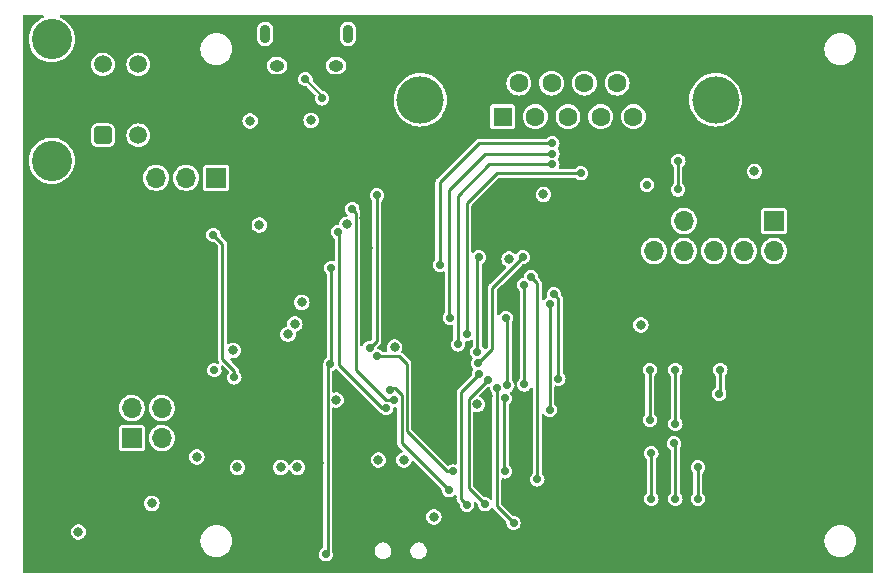
<source format=gbr>
%TF.GenerationSoftware,KiCad,Pcbnew,7.0.6*%
%TF.CreationDate,2023-10-07T21:02:09-06:00*%
%TF.ProjectId,CAN-USB RF Module,43414e2d-5553-4422-9052-46204d6f6475,2.0*%
%TF.SameCoordinates,Original*%
%TF.FileFunction,Copper,L4,Bot*%
%TF.FilePolarity,Positive*%
%FSLAX46Y46*%
G04 Gerber Fmt 4.6, Leading zero omitted, Abs format (unit mm)*
G04 Created by KiCad (PCBNEW 7.0.6) date 2023-10-07 21:02:09*
%MOMM*%
%LPD*%
G01*
G04 APERTURE LIST*
G04 Aperture macros list*
%AMRoundRect*
0 Rectangle with rounded corners*
0 $1 Rounding radius*
0 $2 $3 $4 $5 $6 $7 $8 $9 X,Y pos of 4 corners*
0 Add a 4 corners polygon primitive as box body*
4,1,4,$2,$3,$4,$5,$6,$7,$8,$9,$2,$3,0*
0 Add four circle primitives for the rounded corners*
1,1,$1+$1,$2,$3*
1,1,$1+$1,$4,$5*
1,1,$1+$1,$6,$7*
1,1,$1+$1,$8,$9*
0 Add four rect primitives between the rounded corners*
20,1,$1+$1,$2,$3,$4,$5,0*
20,1,$1+$1,$4,$5,$6,$7,0*
20,1,$1+$1,$6,$7,$8,$9,0*
20,1,$1+$1,$8,$9,$2,$3,0*%
G04 Aperture macros list end*
%TA.AperFunction,ComponentPad*%
%ADD10R,1.700000X1.700000*%
%TD*%
%TA.AperFunction,ComponentPad*%
%ADD11O,1.700000X1.700000*%
%TD*%
%TA.AperFunction,ComponentPad*%
%ADD12C,4.000000*%
%TD*%
%TA.AperFunction,ComponentPad*%
%ADD13R,1.600000X1.600000*%
%TD*%
%TA.AperFunction,ComponentPad*%
%ADD14C,1.600000*%
%TD*%
%TA.AperFunction,ComponentPad*%
%ADD15O,0.890000X1.550000*%
%TD*%
%TA.AperFunction,ComponentPad*%
%ADD16O,1.250000X0.950000*%
%TD*%
%TA.AperFunction,SMDPad,CuDef*%
%ADD17R,4.560000X1.000000*%
%TD*%
%TA.AperFunction,ComponentPad*%
%ADD18RoundRect,0.250001X0.499999X-0.499999X0.499999X0.499999X-0.499999X0.499999X-0.499999X-0.499999X0*%
%TD*%
%TA.AperFunction,ComponentPad*%
%ADD19C,1.500000*%
%TD*%
%TA.AperFunction,ComponentPad*%
%ADD20C,3.410000*%
%TD*%
%TA.AperFunction,ViaPad*%
%ADD21C,0.800000*%
%TD*%
%TA.AperFunction,ViaPad*%
%ADD22C,0.700000*%
%TD*%
%TA.AperFunction,Conductor*%
%ADD23C,0.250000*%
%TD*%
%TA.AperFunction,Conductor*%
%ADD24C,0.200000*%
%TD*%
G04 APERTURE END LIST*
D10*
%TO.P,J3,1,Pin_1*%
%TO.N,+5V*%
X107391200Y-106857800D03*
D11*
%TO.P,J3,2,Pin_2*%
%TO.N,/Power Regulator/5V*%
X107391200Y-104317800D03*
%TO.P,J3,3,Pin_3*%
%TO.N,/Power Regulator/12V*%
X109931200Y-106857800D03*
%TO.P,J3,4,Pin_4*%
%TO.N,/Power Regulator/FUSE_OUT*%
X109931200Y-104317800D03*
%TD*%
D12*
%TO.P,J6,0*%
%TO.N,N/C*%
X156826000Y-78232000D03*
X131826000Y-78232000D03*
D13*
%TO.P,J6,1,Pin_1*%
%TO.N,unconnected-(J6-Pin_1-Pad1)*%
X138786000Y-79652000D03*
D14*
%TO.P,J6,2,Pin_2*%
%TO.N,/CAN Tranciever/CD-*%
X141556000Y-79652000D03*
%TO.P,J6,3,Pin_3*%
%TO.N,unconnected-(J6-Pin_3-Pad3)*%
X144326000Y-79652000D03*
%TO.P,J6,4,Pin_4*%
%TO.N,unconnected-(J6-Pin_4-Pad4)*%
X147096000Y-79652000D03*
%TO.P,J6,5,Pin_5*%
%TO.N,unconnected-(J6-Pin_5-Pad5)*%
X149866000Y-79652000D03*
%TO.P,J6,6,Pin_6*%
%TO.N,unconnected-(J6-Pin_6-Pad6)*%
X140171000Y-76812000D03*
%TO.P,J6,7,Pin_7*%
%TO.N,/CAN Tranciever/CD+*%
X142941000Y-76812000D03*
%TO.P,J6,8,Pin_8*%
%TO.N,unconnected-(J6-Pin_8-Pad8)*%
X145711000Y-76812000D03*
%TO.P,J6,9,Pin_9*%
%TO.N,unconnected-(J6-Pin_9-Pad9)*%
X148481000Y-76812000D03*
%TD*%
D15*
%TO.P,J4,6,Shield*%
%TO.N,unconnected-(J4-Shield-Pad6)*%
X125690000Y-72644000D03*
D16*
X124690000Y-75344000D03*
X119690000Y-75344000D03*
D15*
X118690000Y-72644000D03*
%TD*%
D17*
%TO.P,J5,2,Ext*%
%TO.N,GND*%
X167499500Y-97382250D03*
X167499500Y-91842250D03*
%TD*%
D18*
%TO.P,J2,1,Pin_1*%
%TO.N,+12V*%
X104947000Y-81232000D03*
D19*
%TO.P,J2,2,Pin_2*%
%TO.N,GND*%
X104947000Y-78232000D03*
%TO.P,J2,3,Pin_3*%
%TO.N,/Power Regulator/5V_UP*%
X104947000Y-75232000D03*
%TO.P,J2,4,Pin_4*%
%TO.N,+12V*%
X107947000Y-81232000D03*
%TO.P,J2,5,Pin_5*%
%TO.N,GND*%
X107947000Y-78232000D03*
%TO.P,J2,6,Pin_6*%
%TO.N,/Power Regulator/5V_UP*%
X107947000Y-75232000D03*
D20*
%TO.P,J2,MP*%
%TO.N,N/C*%
X100627000Y-83382000D03*
X100627000Y-73082000D03*
%TD*%
D10*
%TO.P,J1,1,Pin_1*%
%TO.N,+3V3*%
X161766000Y-88487500D03*
D11*
%TO.P,J1,2,Pin_2*%
%TO.N,/DEBUG_SWDIO*%
X161766000Y-91027500D03*
%TO.P,J1,3,Pin_3*%
%TO.N,GND*%
X159226000Y-88487500D03*
%TO.P,J1,4,Pin_4*%
%TO.N,/DEBUG_SWCLK*%
X159226000Y-91027500D03*
%TO.P,J1,5,Pin_5*%
%TO.N,GND*%
X156686000Y-88487500D03*
%TO.P,J1,6,Pin_6*%
%TO.N,/DEBUG_SWO*%
X156686000Y-91027500D03*
%TO.P,J1,7,Pin_7*%
%TO.N,unconnected-(J1-Pin_7-Pad7)*%
X154146000Y-88487500D03*
%TO.P,J1,8,Pin_8*%
%TO.N,unconnected-(J1-Pin_8-Pad8)*%
X154146000Y-91027500D03*
%TO.P,J1,9,Pin_9*%
%TO.N,GND*%
X151606000Y-88487500D03*
%TO.P,J1,10,Pin_10*%
%TO.N,/NRST*%
X151606000Y-91027500D03*
%TD*%
D10*
%TO.P,JP1,1,A*%
%TO.N,VBUS_UP*%
X114539000Y-84836000D03*
D11*
%TO.P,JP1,2,C*%
%TO.N,/Power Regulator/FUSE_IN*%
X111999000Y-84836000D03*
%TO.P,JP1,3,B*%
%TO.N,+12V*%
X109459000Y-84836000D03*
%TD*%
D21*
%TO.N,GND*%
X118172649Y-83702481D03*
X166915221Y-101637254D03*
X140591000Y-104902000D03*
X125614300Y-102504051D03*
X122503000Y-82042000D03*
X108839000Y-92075000D03*
X103632000Y-109982000D03*
X161290000Y-97663000D03*
X168529000Y-96012000D03*
X118714625Y-90823081D03*
X125722882Y-108832240D03*
X147320000Y-95885000D03*
X144907000Y-114173000D03*
X136176711Y-75872846D03*
X157842877Y-83447000D03*
X165100000Y-97382250D03*
X163982935Y-88189075D03*
X101346000Y-110744000D03*
X156689443Y-93700460D03*
X159099000Y-87217500D03*
X165989000Y-90805000D03*
X157480000Y-95631000D03*
X124931500Y-82550000D03*
X121666000Y-101722500D03*
X103061494Y-80929222D03*
D22*
X134585899Y-103834135D03*
D21*
X166330503Y-92964000D03*
X138811000Y-117094000D03*
X143910398Y-111035150D03*
X100203000Y-115824000D03*
X149352000Y-94107000D03*
X138409500Y-92329000D03*
X120142000Y-101722500D03*
X165481000Y-92964000D03*
X168529000Y-92837000D03*
X162560000Y-95504000D03*
X115749048Y-75547243D03*
X138684000Y-88519000D03*
X104340000Y-86995000D03*
X158633141Y-116760954D03*
X151399571Y-116841428D03*
X133936982Y-83316425D03*
X100711000Y-98679000D03*
X105679426Y-96136440D03*
X117856000Y-101727000D03*
X159258000Y-107061000D03*
X162560000Y-96393000D03*
X129032000Y-97663000D03*
X137522548Y-103320500D03*
X100746655Y-109159931D03*
X122174000Y-115257000D03*
X110584406Y-116841663D03*
X115462850Y-114074267D03*
X169418000Y-96012000D03*
X131476500Y-100175000D03*
X131476500Y-102588000D03*
X130048000Y-93853000D03*
X161787756Y-75483293D03*
X104648000Y-110236000D03*
X164211000Y-97409000D03*
X156166098Y-73121614D03*
X127381000Y-90805000D03*
X110713412Y-78771309D03*
X126040977Y-75910635D03*
X128456175Y-81152810D03*
X162306000Y-104775000D03*
X167386000Y-107823000D03*
X151155500Y-89503500D03*
X166370000Y-96012000D03*
X144309500Y-85433500D03*
X130302000Y-96266000D03*
X103787500Y-78232000D03*
X102792512Y-116624034D03*
X127089500Y-88265000D03*
X132520500Y-101445000D03*
X115570000Y-103251000D03*
X164338000Y-93853000D03*
X100357649Y-76092560D03*
X125222000Y-77597000D03*
X105529027Y-88808401D03*
X120486500Y-83104000D03*
X137795000Y-87249000D03*
X121793000Y-111887000D03*
X116967443Y-104650295D03*
X164719000Y-96012000D03*
X113919000Y-96393000D03*
X169418000Y-92837000D03*
X108966000Y-78232000D03*
X105537000Y-93345000D03*
X163703000Y-94361000D03*
X141544011Y-73391267D03*
X131496500Y-101420500D03*
X133635500Y-102588000D03*
X167513000Y-98298000D03*
X128270000Y-114681000D03*
X167513000Y-90932000D03*
X100560196Y-101205748D03*
X156709668Y-81036868D03*
X166553301Y-111151615D03*
X135763000Y-117094000D03*
X132492500Y-102588000D03*
X127000000Y-106172000D03*
X112506942Y-110192661D03*
X156559000Y-87344500D03*
X164211000Y-96647000D03*
X149352000Y-115570000D03*
X120904000Y-111379000D03*
X167513000Y-96393000D03*
X127127000Y-95758000D03*
X163322000Y-112014000D03*
X122569000Y-88057000D03*
X101346000Y-105156000D03*
X168656000Y-98425000D03*
X122569000Y-88950800D03*
X130302000Y-83947000D03*
X137287000Y-117094000D03*
X156559000Y-83407500D03*
X156559000Y-85185500D03*
X131271774Y-73355145D03*
X164846000Y-91821000D03*
X163322000Y-115443000D03*
X165481000Y-98425000D03*
D22*
X130585750Y-98649250D03*
D21*
X133635500Y-100175000D03*
X100753311Y-85869374D03*
X125222000Y-106172000D03*
X169545000Y-98425000D03*
X162560000Y-97282000D03*
X118066963Y-98335854D03*
X123241175Y-108988500D03*
X104775000Y-98679000D03*
X105960676Y-73589999D03*
X112395000Y-97536000D03*
X166497000Y-98425000D03*
X145796000Y-89789000D03*
X145796000Y-99822000D03*
X157829000Y-85185500D03*
X139700000Y-87249000D03*
X165227000Y-90805000D03*
X143568067Y-88498675D03*
X149352000Y-112014000D03*
X167513000Y-92837000D03*
X151403079Y-96148352D03*
X145945777Y-93909134D03*
X169164000Y-90805000D03*
X148719472Y-73252264D03*
X132492500Y-100175000D03*
X165481000Y-96012000D03*
X122580400Y-87172800D03*
X113919000Y-97536000D03*
X163068000Y-94869000D03*
X158988485Y-103865164D03*
X164592000Y-92964000D03*
X166751000Y-90805000D03*
X130709990Y-111309692D03*
X112395000Y-96393000D03*
X141595776Y-116755204D03*
X133655500Y-101420500D03*
X151397821Y-78581194D03*
X168402000Y-90805000D03*
X100596812Y-93438465D03*
X100203000Y-113792000D03*
X131257507Y-91279443D03*
X117983000Y-116731298D03*
X161885887Y-109040054D03*
X161417000Y-101092000D03*
X163732288Y-81311950D03*
D22*
%TO.N,/NRST*%
X143002000Y-81893994D03*
X133477000Y-92202000D03*
X124214500Y-100584000D03*
X124293500Y-92456000D03*
X153670000Y-83389998D03*
X123825000Y-116713000D03*
X153638000Y-85820500D03*
D21*
%TO.N,+3V3*%
X142240000Y-86233000D03*
X109093000Y-112395000D03*
X132969000Y-113538000D03*
X120618000Y-98076000D03*
X160115000Y-84296500D03*
X125603000Y-88773000D03*
X121793000Y-95377000D03*
X130429000Y-108712000D03*
X128270000Y-108712000D03*
X129650616Y-99170616D03*
X124690175Y-103632000D03*
X150495000Y-97282000D03*
X136653583Y-104013000D03*
%TO.N,+5V*%
X121412000Y-109347000D03*
X118187094Y-88821868D03*
X139336852Y-91698852D03*
X116332000Y-109347000D03*
X120015000Y-109347000D03*
X121194017Y-97211729D03*
X112903000Y-108458000D03*
D22*
%TO.N,/BOOT0*%
X141192965Y-93225918D03*
X141732000Y-110363000D03*
%TO.N,/CAN_STBY*%
X128143000Y-86308000D03*
X127520444Y-99261556D03*
%TO.N,/UART2_USB_TX*%
X129558500Y-103659591D03*
X126064219Y-87470954D03*
%TO.N,/UART2_USB_RX*%
X124841000Y-89408000D03*
X128943457Y-104330498D03*
%TO.N,/SPI1_SCK*%
X155321000Y-109347000D03*
X155321000Y-112014000D03*
%TO.N,/SPI1_MISO*%
X151384000Y-112014000D03*
X151384000Y-108164500D03*
%TO.N,/SPI1_MOSI*%
X153416000Y-112014000D03*
X153289000Y-107315000D03*
%TO.N,/DIO0*%
X153416000Y-101092000D03*
X153416000Y-105664000D03*
%TO.N,/DIO1*%
X151257000Y-105322500D03*
X151257000Y-101092000D03*
%TO.N,/CAN_RX*%
X136720933Y-100523874D03*
X140500700Y-91559602D03*
%TO.N,/CAN_TX*%
X136652000Y-99568000D03*
X136779000Y-91567000D03*
%TO.N,/SX_RESET*%
X142792230Y-95536580D03*
X142792465Y-104473500D03*
%TO.N,/DIO2*%
X143129000Y-94702500D03*
X143510000Y-101830500D03*
%TO.N,/DIO3*%
X140629000Y-102330500D03*
X140589000Y-93892500D03*
%TO.N,/DEBUG_SWO*%
X134326500Y-96686500D03*
X143002000Y-82793497D03*
%TO.N,/DEBUG_SWCLK*%
X143002000Y-83693000D03*
X135019500Y-98933000D03*
%TO.N,/DEBUG_SWDIO*%
X145415000Y-84455000D03*
X135763000Y-98044000D03*
X151003000Y-85439500D03*
D21*
%TO.N,/Power Regulator/5V*%
X102870000Y-114808000D03*
%TO.N,VBUS_UP*%
X122569000Y-79960000D03*
X117409000Y-80010000D03*
D22*
%TO.N,Net-(U2-PA10)*%
X135763000Y-112505750D03*
X136779000Y-101421500D03*
%TO.N,Net-(U2-PA9)*%
X137541000Y-101912713D03*
X137287000Y-112477750D03*
%TO.N,Net-(U2-PA1)*%
X129230106Y-102770050D03*
X134239000Y-111289500D03*
%TO.N,Net-(U3-OVLO)*%
X116078000Y-101727000D03*
X114300000Y-89662000D03*
D21*
%TO.N,Net-(R10-Pad1)*%
X115966502Y-99441000D03*
D22*
X114387500Y-101116100D03*
%TO.N,/DIO4*%
X157138500Y-103124000D03*
X157226000Y-101092000D03*
X139065000Y-96686500D03*
X139183909Y-102414056D03*
%TO.N,/DIO5*%
X128142500Y-99921875D03*
X138977500Y-109690500D03*
X138977500Y-103505000D03*
X134569200Y-109690500D03*
%TO.N,Net-(U2-PA8)*%
X138303000Y-102596000D03*
X139718314Y-114057655D03*
%TO.N,Net-(J4-D+)*%
X123519000Y-78105000D03*
X122090500Y-76472687D03*
%TD*%
D23*
%TO.N,/NRST*%
X136779000Y-81915000D02*
X133477000Y-85217000D01*
X124214500Y-100584000D02*
X124293500Y-100505000D01*
X142980994Y-81915000D02*
X136779000Y-81915000D01*
X123965675Y-100832825D02*
X123965675Y-116572325D01*
X123965675Y-116572325D02*
X123825000Y-116713000D01*
X153670000Y-83389998D02*
X153638000Y-83421998D01*
X133477000Y-85217000D02*
X133477000Y-92202000D01*
X124293500Y-100505000D02*
X124293500Y-92456000D01*
X153638000Y-83421998D02*
X153638000Y-85820500D01*
X143002000Y-81893994D02*
X142980994Y-81915000D01*
X124214500Y-100584000D02*
X123965675Y-100832825D01*
%TO.N,/BOOT0*%
X141732000Y-110363000D02*
X141732000Y-95377000D01*
X141732000Y-93764953D02*
X141732000Y-95377000D01*
X141192965Y-93225918D02*
X141732000Y-93764953D01*
%TO.N,/CAN_STBY*%
X128143000Y-98639000D02*
X128143000Y-86308000D01*
X127520444Y-99261556D02*
X128143000Y-98639000D01*
%TO.N,/UART2_USB_TX*%
X128905377Y-103655498D02*
X126364500Y-101114621D01*
X126364500Y-101114621D02*
X126364500Y-87771235D01*
X126364500Y-87771235D02*
X126064219Y-87470954D01*
X129554407Y-103655498D02*
X128905377Y-103655498D01*
X129558500Y-103659591D02*
X129554407Y-103655498D01*
%TO.N,/UART2_USB_RX*%
X128943457Y-104330498D02*
X128587498Y-104330498D01*
X128587498Y-104330498D02*
X124968000Y-100711000D01*
X124968000Y-100711000D02*
X124968000Y-89535000D01*
X124968000Y-89535000D02*
X124841000Y-89408000D01*
%TO.N,/SPI1_SCK*%
X155321000Y-109347000D02*
X155321000Y-112014000D01*
%TO.N,/SPI1_MISO*%
X151384000Y-108164500D02*
X151384000Y-112014000D01*
%TO.N,/SPI1_MOSI*%
X153416000Y-112014000D02*
X153416000Y-107442000D01*
X153416000Y-107442000D02*
X153289000Y-107315000D01*
%TO.N,/DIO0*%
X153416000Y-105664000D02*
X153416000Y-101092000D01*
%TO.N,/DIO1*%
X151257000Y-105322500D02*
X151257000Y-101092000D01*
%TO.N,/CAN_RX*%
X136720933Y-100523874D02*
X137922000Y-99322807D01*
X137922000Y-99322807D02*
X137922000Y-94138302D01*
X137922000Y-94138302D02*
X140500700Y-91559602D01*
%TO.N,/CAN_TX*%
X136652000Y-99568000D02*
X136652000Y-91694000D01*
X136652000Y-91694000D02*
X136779000Y-91567000D01*
%TO.N,/SX_RESET*%
X142792230Y-95536580D02*
X142792465Y-95536815D01*
X142792465Y-95536815D02*
X142792465Y-104473500D01*
%TO.N,/DIO2*%
X143129000Y-94702500D02*
X143510000Y-95083500D01*
X143510000Y-95083500D02*
X143510000Y-101830500D01*
%TO.N,/DIO3*%
X140629000Y-93932500D02*
X140589000Y-93892500D01*
X140629000Y-102330500D02*
X140629000Y-93932500D01*
%TO.N,/DEBUG_SWO*%
X134264400Y-96624400D02*
X134326500Y-96686500D01*
X134264400Y-85826600D02*
X134264400Y-96624400D01*
X142991497Y-82804000D02*
X137287000Y-82804000D01*
X137287000Y-82804000D02*
X134264400Y-85826600D01*
X143002000Y-82793497D02*
X142991497Y-82804000D01*
%TO.N,/DEBUG_SWCLK*%
X137668000Y-83693000D02*
X135001000Y-86360000D01*
X143002000Y-83693000D02*
X137668000Y-83693000D01*
X135001000Y-98914500D02*
X135019500Y-98933000D01*
X135001000Y-86360000D02*
X135001000Y-98914500D01*
%TO.N,/DEBUG_SWDIO*%
X135763000Y-86995000D02*
X135763000Y-98044000D01*
X138303000Y-84455000D02*
X135763000Y-86995000D01*
X145415000Y-84455000D02*
X138303000Y-84455000D01*
%TO.N,Net-(U2-PA10)*%
X135260899Y-112003649D02*
X135763000Y-112505750D01*
X136779000Y-101421500D02*
X136779000Y-101473000D01*
X135260899Y-102991101D02*
X135260899Y-112003649D01*
X136779000Y-101473000D02*
X135260899Y-102991101D01*
%TO.N,Net-(U2-PA9)*%
X135929083Y-103524630D02*
X135929083Y-111119833D01*
X135929083Y-111119833D02*
X137287000Y-112477750D01*
X137541000Y-101912713D02*
X135929083Y-103524630D01*
%TO.N,Net-(U2-PA1)*%
X130233000Y-107283500D02*
X134239000Y-111289500D01*
X129384156Y-102616000D02*
X129667000Y-102616000D01*
X129230106Y-102770050D02*
X129384156Y-102616000D01*
X130233000Y-103182000D02*
X130233000Y-107283500D01*
X129667000Y-102616000D02*
X130233000Y-103182000D01*
%TO.N,Net-(U3-OVLO)*%
X116078000Y-101727000D02*
X116078000Y-101148959D01*
X115062000Y-90424000D02*
X114300000Y-89662000D01*
X115062000Y-100132959D02*
X115062000Y-90424000D01*
X116078000Y-101148959D02*
X115062000Y-100132959D01*
%TO.N,/DIO4*%
X139183909Y-96805409D02*
X139183909Y-102414056D01*
X157226000Y-103036500D02*
X157226000Y-101092000D01*
X139065000Y-96686500D02*
X139183909Y-96805409D01*
X157138500Y-103124000D02*
X157226000Y-103036500D01*
%TO.N,/DIO5*%
X138938000Y-103544500D02*
X138938000Y-109651000D01*
X130020875Y-99921875D02*
X130683000Y-100584000D01*
X138977500Y-103505000D02*
X138938000Y-103544500D01*
X134074500Y-109690500D02*
X134569200Y-109690500D01*
X138938000Y-109651000D02*
X138977500Y-109690500D01*
X128142500Y-99921875D02*
X130020875Y-99921875D01*
X130683000Y-100584000D02*
X130683000Y-106299000D01*
X130683000Y-106299000D02*
X134074500Y-109690500D01*
%TO.N,Net-(U2-PA8)*%
X138303000Y-112642341D02*
X138303000Y-102596000D01*
X139718314Y-114057655D02*
X138303000Y-112642341D01*
D24*
%TO.N,Net-(J4-D+)*%
X123519000Y-77901187D02*
X122090500Y-76472687D01*
X123519000Y-78105000D02*
X123519000Y-77901187D01*
%TD*%
%TA.AperFunction,Conductor*%
%TO.N,GND*%
G36*
X137630706Y-102526438D02*
G01*
X137682963Y-102572817D01*
X137700797Y-102622427D01*
X137717955Y-102752760D01*
X137717956Y-102752762D01*
X137778464Y-102898842D01*
X137874715Y-103024279D01*
X137874716Y-103024280D01*
X137874718Y-103024282D01*
X137878982Y-103027554D01*
X137920187Y-103083978D01*
X137927500Y-103125932D01*
X137927500Y-111962323D01*
X137907815Y-112029362D01*
X137855011Y-112075117D01*
X137785853Y-112085061D01*
X137722297Y-112056036D01*
X137715826Y-112050011D01*
X137715290Y-112049475D01*
X137715283Y-112049470D01*
X137715282Y-112049468D01*
X137589841Y-111953214D01*
X137443762Y-111892706D01*
X137443760Y-111892705D01*
X137287002Y-111872068D01*
X137286997Y-111872068D01*
X137281664Y-111872770D01*
X137212629Y-111862004D01*
X137177800Y-111837512D01*
X136340902Y-111000614D01*
X136307417Y-110939291D01*
X136304583Y-110912933D01*
X136304583Y-104755222D01*
X136324268Y-104688183D01*
X136377072Y-104642428D01*
X136446230Y-104632484D01*
X136458251Y-104634823D01*
X136574598Y-104663500D01*
X136732568Y-104663500D01*
X136885948Y-104625696D01*
X136905893Y-104615228D01*
X137025823Y-104552283D01*
X137144066Y-104447530D01*
X137233803Y-104317523D01*
X137289820Y-104169818D01*
X137308861Y-104013000D01*
X137307780Y-104004092D01*
X137289820Y-103856181D01*
X137244233Y-103735979D01*
X137233803Y-103708477D01*
X137144066Y-103578470D01*
X137025823Y-103473717D01*
X137025821Y-103473716D01*
X137025820Y-103473715D01*
X136885950Y-103400304D01*
X136857532Y-103393300D01*
X136797152Y-103358143D01*
X136765364Y-103295923D01*
X136772260Y-103226395D01*
X136799525Y-103185224D01*
X137431801Y-102552948D01*
X137493122Y-102519465D01*
X137535669Y-102517693D01*
X137541000Y-102518395D01*
X137561673Y-102515673D01*
X137630706Y-102526438D01*
G37*
%TD.AperFunction*%
%TA.AperFunction,Conductor*%
G36*
X99911329Y-71050185D02*
G01*
X99957084Y-71102989D01*
X99967028Y-71172147D01*
X99938003Y-71235703D01*
X99887623Y-71270682D01*
X99812579Y-71298671D01*
X99812575Y-71298673D01*
X99567081Y-71432723D01*
X99567073Y-71432728D01*
X99343156Y-71600350D01*
X99343138Y-71600366D01*
X99145366Y-71798138D01*
X99145350Y-71798156D01*
X98977728Y-72022073D01*
X98977723Y-72022081D01*
X98843673Y-72267575D01*
X98843671Y-72267579D01*
X98745917Y-72529671D01*
X98686460Y-72802986D01*
X98666505Y-73081998D01*
X98666505Y-73082001D01*
X98686460Y-73361013D01*
X98745917Y-73634328D01*
X98745919Y-73634335D01*
X98806611Y-73797059D01*
X98843671Y-73896420D01*
X98843673Y-73896424D01*
X98977723Y-74141918D01*
X98977728Y-74141926D01*
X99145350Y-74365843D01*
X99145366Y-74365861D01*
X99343138Y-74563633D01*
X99343156Y-74563649D01*
X99567073Y-74731271D01*
X99567081Y-74731276D01*
X99812575Y-74865326D01*
X99812579Y-74865328D01*
X99812581Y-74865329D01*
X100074665Y-74963081D01*
X100211328Y-74992810D01*
X100347986Y-75022539D01*
X100347988Y-75022539D01*
X100347992Y-75022540D01*
X100595934Y-75040273D01*
X100626999Y-75042495D01*
X100627000Y-75042495D01*
X100627001Y-75042495D01*
X100654952Y-75040495D01*
X100906008Y-75022540D01*
X101179335Y-74963081D01*
X101441419Y-74865329D01*
X101686924Y-74731273D01*
X101910851Y-74563643D01*
X102108643Y-74365851D01*
X102276273Y-74141924D01*
X102400729Y-73914000D01*
X113198341Y-73914000D01*
X113218936Y-74149403D01*
X113218938Y-74149413D01*
X113280094Y-74377655D01*
X113280096Y-74377659D01*
X113280097Y-74377663D01*
X113288688Y-74396086D01*
X113379964Y-74591828D01*
X113379965Y-74591830D01*
X113515505Y-74785402D01*
X113682597Y-74952494D01*
X113876169Y-75088034D01*
X113876171Y-75088035D01*
X114090337Y-75187903D01*
X114318592Y-75249063D01*
X114495034Y-75264500D01*
X114612966Y-75264500D01*
X114789408Y-75249063D01*
X115017663Y-75187903D01*
X115231829Y-75088035D01*
X115425401Y-74952495D01*
X115592495Y-74785401D01*
X115728035Y-74591830D01*
X115827903Y-74377663D01*
X115889063Y-74149408D01*
X115909659Y-73914000D01*
X166030341Y-73914000D01*
X166050936Y-74149403D01*
X166050938Y-74149413D01*
X166112094Y-74377655D01*
X166112096Y-74377659D01*
X166112097Y-74377663D01*
X166120688Y-74396086D01*
X166211964Y-74591828D01*
X166211965Y-74591830D01*
X166347505Y-74785402D01*
X166514597Y-74952494D01*
X166708169Y-75088034D01*
X166708171Y-75088035D01*
X166922337Y-75187903D01*
X167150592Y-75249063D01*
X167327034Y-75264500D01*
X167444966Y-75264500D01*
X167621408Y-75249063D01*
X167849663Y-75187903D01*
X168063829Y-75088035D01*
X168257401Y-74952495D01*
X168424495Y-74785401D01*
X168560035Y-74591830D01*
X168659903Y-74377663D01*
X168721063Y-74149408D01*
X168741659Y-73914000D01*
X168721063Y-73678592D01*
X168659903Y-73450337D01*
X168560035Y-73236171D01*
X168560034Y-73236169D01*
X168424494Y-73042597D01*
X168257402Y-72875505D01*
X168063830Y-72739965D01*
X168063828Y-72739964D01*
X167956746Y-72690031D01*
X167849663Y-72640097D01*
X167849659Y-72640096D01*
X167849655Y-72640094D01*
X167621413Y-72578938D01*
X167621403Y-72578936D01*
X167444966Y-72563500D01*
X167327034Y-72563500D01*
X167150596Y-72578936D01*
X167150586Y-72578938D01*
X166922344Y-72640094D01*
X166922335Y-72640098D01*
X166708171Y-72739964D01*
X166708169Y-72739965D01*
X166514597Y-72875505D01*
X166347506Y-73042597D01*
X166347501Y-73042604D01*
X166211967Y-73236165D01*
X166211965Y-73236169D01*
X166112098Y-73450335D01*
X166112094Y-73450344D01*
X166050938Y-73678586D01*
X166050936Y-73678596D01*
X166030341Y-73913999D01*
X166030341Y-73914000D01*
X115909659Y-73914000D01*
X115889063Y-73678592D01*
X115827903Y-73450337D01*
X115728035Y-73236171D01*
X115728034Y-73236169D01*
X115592494Y-73042597D01*
X115565968Y-73016071D01*
X117994500Y-73016071D01*
X118009750Y-73141667D01*
X118069642Y-73299589D01*
X118069643Y-73299590D01*
X118165588Y-73438590D01*
X118292007Y-73550588D01*
X118292009Y-73550589D01*
X118441561Y-73629080D01*
X118523555Y-73649289D01*
X118605550Y-73669500D01*
X118605551Y-73669500D01*
X118774450Y-73669500D01*
X118829112Y-73656026D01*
X118938439Y-73629080D01*
X119087991Y-73550589D01*
X119214413Y-73438589D01*
X119310358Y-73299589D01*
X119370250Y-73141666D01*
X119385500Y-73016071D01*
X124994500Y-73016071D01*
X125009750Y-73141667D01*
X125069642Y-73299589D01*
X125069643Y-73299590D01*
X125165588Y-73438590D01*
X125292007Y-73550588D01*
X125292009Y-73550589D01*
X125441561Y-73629080D01*
X125523555Y-73649290D01*
X125605550Y-73669500D01*
X125605551Y-73669500D01*
X125774450Y-73669500D01*
X125829112Y-73656026D01*
X125938439Y-73629080D01*
X126087991Y-73550589D01*
X126214413Y-73438589D01*
X126310358Y-73299589D01*
X126370250Y-73141666D01*
X126385500Y-73016069D01*
X126385500Y-72271931D01*
X126370250Y-72146334D01*
X126310358Y-71988411D01*
X126214413Y-71849411D01*
X126214411Y-71849409D01*
X126087992Y-71737411D01*
X125938437Y-71658919D01*
X125774450Y-71618500D01*
X125774449Y-71618500D01*
X125605551Y-71618500D01*
X125605550Y-71618500D01*
X125441562Y-71658919D01*
X125292007Y-71737411D01*
X125165588Y-71849409D01*
X125069643Y-71988409D01*
X125069642Y-71988410D01*
X125009750Y-72146332D01*
X124994500Y-72271928D01*
X124994500Y-73016071D01*
X119385500Y-73016071D01*
X119385500Y-73016069D01*
X119385500Y-72271931D01*
X119370250Y-72146334D01*
X119310358Y-71988411D01*
X119214413Y-71849411D01*
X119214411Y-71849409D01*
X119087992Y-71737411D01*
X118938437Y-71658919D01*
X118774450Y-71618500D01*
X118774449Y-71618500D01*
X118605551Y-71618500D01*
X118605550Y-71618500D01*
X118441562Y-71658919D01*
X118292007Y-71737411D01*
X118165588Y-71849409D01*
X118069643Y-71988409D01*
X118069642Y-71988410D01*
X118009750Y-72146332D01*
X117994500Y-72271928D01*
X117994500Y-73016071D01*
X115565968Y-73016071D01*
X115425402Y-72875505D01*
X115231830Y-72739965D01*
X115231828Y-72739964D01*
X115124745Y-72690031D01*
X115017663Y-72640097D01*
X115017659Y-72640096D01*
X115017655Y-72640094D01*
X114789413Y-72578938D01*
X114789403Y-72578936D01*
X114612966Y-72563500D01*
X114495034Y-72563500D01*
X114318596Y-72578936D01*
X114318586Y-72578938D01*
X114090344Y-72640094D01*
X114090335Y-72640098D01*
X113876171Y-72739964D01*
X113876169Y-72739965D01*
X113682597Y-72875505D01*
X113515506Y-73042597D01*
X113515501Y-73042604D01*
X113379967Y-73236165D01*
X113379965Y-73236169D01*
X113280098Y-73450335D01*
X113280094Y-73450344D01*
X113218938Y-73678586D01*
X113218936Y-73678596D01*
X113198341Y-73913999D01*
X113198341Y-73914000D01*
X102400729Y-73914000D01*
X102410329Y-73896419D01*
X102508081Y-73634335D01*
X102567540Y-73361008D01*
X102587495Y-73082000D01*
X102567540Y-72802992D01*
X102508081Y-72529665D01*
X102410329Y-72267581D01*
X102276273Y-72022076D01*
X102251070Y-71988409D01*
X102108649Y-71798156D01*
X102108633Y-71798138D01*
X101910861Y-71600366D01*
X101910843Y-71600350D01*
X101686926Y-71432728D01*
X101686918Y-71432723D01*
X101441424Y-71298673D01*
X101441420Y-71298671D01*
X101366377Y-71270682D01*
X101310443Y-71228811D01*
X101286026Y-71163346D01*
X101300878Y-71095073D01*
X101350283Y-71045668D01*
X101409710Y-71030500D01*
X170024500Y-71030500D01*
X170091539Y-71050185D01*
X170137294Y-71102989D01*
X170148500Y-71154500D01*
X170148500Y-118149500D01*
X170128815Y-118216539D01*
X170076011Y-118262294D01*
X170024500Y-118273500D01*
X98264500Y-118273500D01*
X98197461Y-118253815D01*
X98151706Y-118201011D01*
X98140500Y-118149500D01*
X98140500Y-115570000D01*
X113198341Y-115570000D01*
X113218936Y-115805403D01*
X113218938Y-115805413D01*
X113280094Y-116033655D01*
X113280096Y-116033659D01*
X113280097Y-116033663D01*
X113300587Y-116077604D01*
X113379964Y-116247828D01*
X113379965Y-116247830D01*
X113515505Y-116441402D01*
X113682597Y-116608494D01*
X113876169Y-116744034D01*
X113876171Y-116744035D01*
X114090337Y-116843903D01*
X114318592Y-116905063D01*
X114495034Y-116920500D01*
X114612966Y-116920500D01*
X114789408Y-116905063D01*
X115017663Y-116843903D01*
X115231829Y-116744035D01*
X115276150Y-116713001D01*
X123219318Y-116713001D01*
X123239955Y-116869760D01*
X123239956Y-116869762D01*
X123267468Y-116936183D01*
X123300464Y-117015841D01*
X123396718Y-117141282D01*
X123522159Y-117237536D01*
X123668238Y-117298044D01*
X123746618Y-117308362D01*
X123824999Y-117318682D01*
X123825000Y-117318682D01*
X123825001Y-117318682D01*
X123877253Y-117311802D01*
X123981762Y-117298044D01*
X124127841Y-117237536D01*
X124253282Y-117141282D01*
X124349536Y-117015841D01*
X124410044Y-116869762D01*
X124430682Y-116713000D01*
X124410044Y-116556238D01*
X124383873Y-116493055D01*
X127974500Y-116493055D01*
X128015210Y-116658226D01*
X128094263Y-116808849D01*
X128094266Y-116808852D01*
X128207071Y-116936183D01*
X128297318Y-116998476D01*
X128347068Y-117032817D01*
X128347069Y-117032817D01*
X128347070Y-117032818D01*
X128506128Y-117093140D01*
X128582028Y-117102356D01*
X128632626Y-117108500D01*
X128632628Y-117108500D01*
X128717374Y-117108500D01*
X128759538Y-117103380D01*
X128843872Y-117093140D01*
X129002930Y-117032818D01*
X129142929Y-116936183D01*
X129255734Y-116808852D01*
X129289754Y-116744034D01*
X129306041Y-116713001D01*
X129334790Y-116658225D01*
X129375500Y-116493056D01*
X129375500Y-116493055D01*
X130974500Y-116493055D01*
X131015210Y-116658226D01*
X131094263Y-116808849D01*
X131094266Y-116808852D01*
X131207071Y-116936183D01*
X131297318Y-116998476D01*
X131347068Y-117032817D01*
X131347069Y-117032817D01*
X131347070Y-117032818D01*
X131506128Y-117093140D01*
X131582028Y-117102356D01*
X131632626Y-117108500D01*
X131632628Y-117108500D01*
X131717374Y-117108500D01*
X131759538Y-117103380D01*
X131843872Y-117093140D01*
X132002930Y-117032818D01*
X132142929Y-116936183D01*
X132255734Y-116808852D01*
X132289754Y-116744034D01*
X132306041Y-116713001D01*
X132334790Y-116658225D01*
X132375500Y-116493056D01*
X132375500Y-116322944D01*
X132334790Y-116157775D01*
X132292713Y-116077604D01*
X132255736Y-116007150D01*
X132236560Y-115985505D01*
X132142929Y-115879817D01*
X132093177Y-115845475D01*
X132002931Y-115783182D01*
X131843874Y-115722860D01*
X131843868Y-115722859D01*
X131717374Y-115707500D01*
X131717372Y-115707500D01*
X131632628Y-115707500D01*
X131632626Y-115707500D01*
X131506131Y-115722859D01*
X131506125Y-115722860D01*
X131347068Y-115783182D01*
X131207072Y-115879816D01*
X131094263Y-116007150D01*
X131015210Y-116157773D01*
X130974500Y-116322944D01*
X130974500Y-116493055D01*
X129375500Y-116493055D01*
X129375500Y-116322944D01*
X129334790Y-116157775D01*
X129292713Y-116077604D01*
X129255736Y-116007150D01*
X129236560Y-115985505D01*
X129142929Y-115879817D01*
X129093177Y-115845475D01*
X129002931Y-115783182D01*
X128843874Y-115722860D01*
X128843868Y-115722859D01*
X128717374Y-115707500D01*
X128717372Y-115707500D01*
X128632628Y-115707500D01*
X128632626Y-115707500D01*
X128506131Y-115722859D01*
X128506125Y-115722860D01*
X128347068Y-115783182D01*
X128207072Y-115879816D01*
X128094263Y-116007150D01*
X128015210Y-116157773D01*
X127974500Y-116322944D01*
X127974500Y-116493055D01*
X124383873Y-116493055D01*
X124350614Y-116412760D01*
X124341175Y-116365308D01*
X124341175Y-115570000D01*
X166030341Y-115570000D01*
X166050936Y-115805403D01*
X166050938Y-115805413D01*
X166112094Y-116033655D01*
X166112096Y-116033659D01*
X166112097Y-116033663D01*
X166132587Y-116077604D01*
X166211964Y-116247828D01*
X166211965Y-116247830D01*
X166347505Y-116441402D01*
X166514597Y-116608494D01*
X166708169Y-116744034D01*
X166708171Y-116744035D01*
X166922337Y-116843903D01*
X167150592Y-116905063D01*
X167327034Y-116920500D01*
X167444966Y-116920500D01*
X167621408Y-116905063D01*
X167849663Y-116843903D01*
X168063829Y-116744035D01*
X168257401Y-116608495D01*
X168424495Y-116441401D01*
X168560035Y-116247830D01*
X168659903Y-116033663D01*
X168721063Y-115805408D01*
X168741659Y-115570000D01*
X168721063Y-115334592D01*
X168659903Y-115106337D01*
X168560035Y-114892171D01*
X168560034Y-114892169D01*
X168424494Y-114698597D01*
X168257402Y-114531505D01*
X168063830Y-114395965D01*
X168063828Y-114395964D01*
X167956745Y-114346031D01*
X167849663Y-114296097D01*
X167849659Y-114296096D01*
X167849655Y-114296094D01*
X167621413Y-114234938D01*
X167621403Y-114234936D01*
X167444966Y-114219500D01*
X167327034Y-114219500D01*
X167150596Y-114234936D01*
X167150586Y-114234938D01*
X166922344Y-114296094D01*
X166922335Y-114296098D01*
X166708171Y-114395964D01*
X166708169Y-114395965D01*
X166514597Y-114531505D01*
X166347506Y-114698597D01*
X166347501Y-114698604D01*
X166211967Y-114892165D01*
X166211965Y-114892169D01*
X166112098Y-115106335D01*
X166112094Y-115106344D01*
X166050938Y-115334586D01*
X166050936Y-115334596D01*
X166030341Y-115569999D01*
X166030341Y-115570000D01*
X124341175Y-115570000D01*
X124341175Y-113538000D01*
X132313721Y-113538000D01*
X132332762Y-113694818D01*
X132388780Y-113842523D01*
X132478517Y-113972530D01*
X132596760Y-114077283D01*
X132596762Y-114077284D01*
X132736634Y-114150696D01*
X132890014Y-114188500D01*
X132890015Y-114188500D01*
X133047985Y-114188500D01*
X133201365Y-114150696D01*
X133341240Y-114077283D01*
X133459483Y-113972530D01*
X133549220Y-113842523D01*
X133605237Y-113694818D01*
X133624278Y-113538000D01*
X133616339Y-113472611D01*
X133605237Y-113381181D01*
X133583992Y-113325163D01*
X133549220Y-113233477D01*
X133459483Y-113103470D01*
X133341240Y-112998717D01*
X133341238Y-112998716D01*
X133341237Y-112998715D01*
X133201365Y-112925303D01*
X133047986Y-112887500D01*
X133047985Y-112887500D01*
X132890015Y-112887500D01*
X132890014Y-112887500D01*
X132736634Y-112925303D01*
X132596762Y-112998715D01*
X132543952Y-113045500D01*
X132501136Y-113083432D01*
X132478516Y-113103471D01*
X132388781Y-113233475D01*
X132388780Y-113233476D01*
X132332762Y-113381181D01*
X132313721Y-113537999D01*
X132313721Y-113538000D01*
X124341175Y-113538000D01*
X124341175Y-108712000D01*
X127614721Y-108712000D01*
X127633762Y-108868818D01*
X127689779Y-109016522D01*
X127689780Y-109016523D01*
X127779517Y-109146530D01*
X127897760Y-109251283D01*
X127897762Y-109251284D01*
X128037634Y-109324696D01*
X128191014Y-109362500D01*
X128191015Y-109362500D01*
X128348985Y-109362500D01*
X128502365Y-109324696D01*
X128502364Y-109324695D01*
X128642240Y-109251283D01*
X128760483Y-109146530D01*
X128850220Y-109016523D01*
X128906237Y-108868818D01*
X128925278Y-108712000D01*
X128911200Y-108596052D01*
X128906237Y-108555181D01*
X128869380Y-108457999D01*
X128850220Y-108407477D01*
X128760483Y-108277470D01*
X128642240Y-108172717D01*
X128642238Y-108172716D01*
X128642237Y-108172715D01*
X128502365Y-108099303D01*
X128348986Y-108061500D01*
X128348985Y-108061500D01*
X128191015Y-108061500D01*
X128191014Y-108061500D01*
X128037634Y-108099303D01*
X127897762Y-108172715D01*
X127779516Y-108277471D01*
X127689781Y-108407475D01*
X127689780Y-108407476D01*
X127633762Y-108555181D01*
X127614721Y-108711999D01*
X127614721Y-108712000D01*
X124341175Y-108712000D01*
X124341175Y-104374222D01*
X124360860Y-104307183D01*
X124413664Y-104261428D01*
X124482822Y-104251484D01*
X124494843Y-104253823D01*
X124611190Y-104282500D01*
X124769160Y-104282500D01*
X124922540Y-104244696D01*
X124923173Y-104244364D01*
X125062415Y-104171283D01*
X125180658Y-104066530D01*
X125270395Y-103936523D01*
X125326412Y-103788818D01*
X125345453Y-103632000D01*
X125338954Y-103578471D01*
X125326412Y-103475181D01*
X125305167Y-103419164D01*
X125270395Y-103327477D01*
X125180658Y-103197470D01*
X125062415Y-103092717D01*
X125062413Y-103092716D01*
X125062412Y-103092715D01*
X124922540Y-103019303D01*
X124769161Y-102981500D01*
X124769160Y-102981500D01*
X124611190Y-102981500D01*
X124611189Y-102981500D01*
X124494849Y-103010174D01*
X124425047Y-103007104D01*
X124367985Y-102966784D01*
X124341780Y-102902015D01*
X124341175Y-102889777D01*
X124341175Y-102111215D01*
X124341174Y-101264356D01*
X124360859Y-101197321D01*
X124413662Y-101151566D01*
X124417693Y-101149811D01*
X124517341Y-101108536D01*
X124569322Y-101068650D01*
X124610525Y-101037034D01*
X124675694Y-101011840D01*
X124744139Y-101025878D01*
X124773692Y-101047729D01*
X128285347Y-104559384D01*
X128301475Y-104579243D01*
X128307414Y-104588334D01*
X128335430Y-104610139D01*
X128341191Y-104615228D01*
X128343980Y-104618017D01*
X128362981Y-104631583D01*
X128403987Y-104663500D01*
X128406309Y-104665307D01*
X128413202Y-104669037D01*
X128420295Y-104672505D01*
X128420299Y-104672508D01*
X128420302Y-104672509D01*
X128429536Y-104677024D01*
X128428813Y-104678501D01*
X128477576Y-104710097D01*
X128481928Y-104715452D01*
X128515175Y-104758780D01*
X128640616Y-104855034D01*
X128786695Y-104915542D01*
X128865075Y-104925860D01*
X128943456Y-104936180D01*
X128943457Y-104936180D01*
X128943458Y-104936180D01*
X128995710Y-104929300D01*
X129100219Y-104915542D01*
X129246298Y-104855034D01*
X129371739Y-104758780D01*
X129467993Y-104633339D01*
X129528501Y-104487260D01*
X129545293Y-104359710D01*
X129573559Y-104295814D01*
X129631884Y-104257343D01*
X129652040Y-104252958D01*
X129715262Y-104244635D01*
X129715264Y-104244633D01*
X129717314Y-104244364D01*
X129786350Y-104255129D01*
X129838605Y-104301509D01*
X129857500Y-104367303D01*
X129857499Y-107231696D01*
X129854862Y-107257134D01*
X129852633Y-107267767D01*
X129852633Y-107267770D01*
X129857023Y-107302991D01*
X129857500Y-107310667D01*
X129857500Y-107314616D01*
X129861342Y-107337641D01*
X129868134Y-107392127D01*
X129870373Y-107399647D01*
X129872934Y-107407108D01*
X129872935Y-107407110D01*
X129890529Y-107439621D01*
X129899055Y-107455377D01*
X129923174Y-107504711D01*
X129927742Y-107511109D01*
X129932582Y-107517327D01*
X129972971Y-107554509D01*
X130298803Y-107880341D01*
X130332288Y-107941664D01*
X130327304Y-108011356D01*
X130285432Y-108067289D01*
X130240797Y-108088419D01*
X130196633Y-108099304D01*
X130056762Y-108172715D01*
X129938516Y-108277471D01*
X129848781Y-108407475D01*
X129848780Y-108407476D01*
X129792762Y-108555181D01*
X129773721Y-108711999D01*
X129773721Y-108712000D01*
X129792762Y-108868818D01*
X129848779Y-109016522D01*
X129848780Y-109016523D01*
X129938517Y-109146530D01*
X130056760Y-109251283D01*
X130056762Y-109251284D01*
X130196634Y-109324696D01*
X130350014Y-109362500D01*
X130350015Y-109362500D01*
X130507985Y-109362500D01*
X130661365Y-109324696D01*
X130661365Y-109324695D01*
X130801240Y-109251283D01*
X130919483Y-109146530D01*
X131009220Y-109016523D01*
X131058283Y-108887151D01*
X131100461Y-108831450D01*
X131166058Y-108807393D01*
X131234249Y-108822620D01*
X131261906Y-108843443D01*
X133598762Y-111180299D01*
X133632247Y-111241622D01*
X133634021Y-111284162D01*
X133633318Y-111289502D01*
X133653955Y-111446260D01*
X133653956Y-111446262D01*
X133711720Y-111585718D01*
X133714464Y-111592341D01*
X133810718Y-111717782D01*
X133936159Y-111814036D01*
X134082238Y-111874544D01*
X134126590Y-111880383D01*
X134238999Y-111895182D01*
X134239000Y-111895182D01*
X134239001Y-111895182D01*
X134291254Y-111888302D01*
X134395762Y-111874544D01*
X134541841Y-111814036D01*
X134667282Y-111717782D01*
X134667285Y-111717777D01*
X134673029Y-111712035D01*
X134675336Y-111714342D01*
X134719446Y-111682131D01*
X134789192Y-111677973D01*
X134850114Y-111712183D01*
X134882869Y-111773899D01*
X134885399Y-111798818D01*
X134885399Y-111951845D01*
X134882761Y-111977283D01*
X134880532Y-111987917D01*
X134880532Y-111987918D01*
X134880532Y-111987920D01*
X134884922Y-112023140D01*
X134885399Y-112030816D01*
X134885399Y-112034765D01*
X134889241Y-112057790D01*
X134896033Y-112112276D01*
X134898272Y-112119796D01*
X134900833Y-112127257D01*
X134900834Y-112127259D01*
X134924375Y-112170760D01*
X134926954Y-112175526D01*
X134951073Y-112224860D01*
X134955641Y-112231258D01*
X134960481Y-112237476D01*
X135000870Y-112274658D01*
X135043052Y-112316839D01*
X135122763Y-112396550D01*
X135156247Y-112457871D01*
X135158021Y-112500412D01*
X135157318Y-112505752D01*
X135177955Y-112662510D01*
X135177956Y-112662512D01*
X135238464Y-112808591D01*
X135334718Y-112934032D01*
X135460159Y-113030286D01*
X135606238Y-113090794D01*
X135684619Y-113101112D01*
X135762999Y-113111432D01*
X135763000Y-113111432D01*
X135763001Y-113111432D01*
X135823478Y-113103470D01*
X135919762Y-113090794D01*
X136065841Y-113030286D01*
X136191282Y-112934032D01*
X136287536Y-112808591D01*
X136348044Y-112662512D01*
X136368682Y-112505750D01*
X136353400Y-112389672D01*
X136364165Y-112320638D01*
X136410545Y-112268382D01*
X136477814Y-112249497D01*
X136544615Y-112269978D01*
X136564020Y-112285807D01*
X136646762Y-112368549D01*
X136680247Y-112429872D01*
X136682021Y-112472412D01*
X136681318Y-112477752D01*
X136701955Y-112634510D01*
X136701956Y-112634512D01*
X136762464Y-112780591D01*
X136858718Y-112906032D01*
X136984159Y-113002286D01*
X137130238Y-113062794D01*
X137208619Y-113073112D01*
X137286999Y-113083432D01*
X137287000Y-113083432D01*
X137287001Y-113083432D01*
X137339254Y-113076552D01*
X137443762Y-113062794D01*
X137589841Y-113002286D01*
X137715282Y-112906032D01*
X137775854Y-112827092D01*
X137832279Y-112785891D01*
X137902025Y-112781736D01*
X137962946Y-112815948D01*
X137985627Y-112848116D01*
X137993173Y-112863551D01*
X137997742Y-112869950D01*
X138002582Y-112876168D01*
X138042971Y-112913350D01*
X139078076Y-113948454D01*
X139111561Y-114009777D01*
X139113334Y-114052315D01*
X139112632Y-114057655D01*
X139112632Y-114057657D01*
X139133269Y-114214415D01*
X139133270Y-114214417D01*
X139193778Y-114360496D01*
X139290032Y-114485937D01*
X139415473Y-114582191D01*
X139561552Y-114642699D01*
X139625980Y-114651181D01*
X139718313Y-114663337D01*
X139718314Y-114663337D01*
X139718315Y-114663337D01*
X139770567Y-114656457D01*
X139875076Y-114642699D01*
X140021155Y-114582191D01*
X140146596Y-114485937D01*
X140242850Y-114360496D01*
X140303358Y-114214417D01*
X140323996Y-114057655D01*
X140303358Y-113900893D01*
X140242850Y-113754814D01*
X140146596Y-113629373D01*
X140021155Y-113533119D01*
X139875076Y-113472611D01*
X139875074Y-113472610D01*
X139718316Y-113451973D01*
X139718311Y-113451973D01*
X139712978Y-113452675D01*
X139643943Y-113441909D01*
X139609114Y-113417417D01*
X138714819Y-112523121D01*
X138681334Y-112461798D01*
X138678500Y-112435440D01*
X138678500Y-112014001D01*
X150778318Y-112014001D01*
X150798955Y-112170760D01*
X150798956Y-112170762D01*
X150839391Y-112268382D01*
X150859464Y-112316841D01*
X150955718Y-112442282D01*
X151081159Y-112538536D01*
X151227238Y-112599044D01*
X151305619Y-112609362D01*
X151383999Y-112619682D01*
X151384000Y-112619682D01*
X151384001Y-112619682D01*
X151436254Y-112612802D01*
X151540762Y-112599044D01*
X151686841Y-112538536D01*
X151812282Y-112442282D01*
X151908536Y-112316841D01*
X151969044Y-112170762D01*
X151989682Y-112014000D01*
X151981679Y-111953214D01*
X151973578Y-111891677D01*
X151969044Y-111857238D01*
X151908536Y-111711159D01*
X151812282Y-111585718D01*
X151811774Y-111585328D01*
X151808012Y-111582441D01*
X151766810Y-111526013D01*
X151759500Y-111484067D01*
X151759500Y-108694432D01*
X151779185Y-108627393D01*
X151808015Y-108596055D01*
X151812282Y-108592782D01*
X151908536Y-108467341D01*
X151969044Y-108321262D01*
X151988600Y-108172717D01*
X151989682Y-108164501D01*
X151989682Y-108164498D01*
X151969044Y-108007739D01*
X151969044Y-108007738D01*
X151908536Y-107861659D01*
X151812282Y-107736218D01*
X151686841Y-107639964D01*
X151650427Y-107624881D01*
X151540762Y-107579456D01*
X151540760Y-107579455D01*
X151384001Y-107558818D01*
X151383999Y-107558818D01*
X151227239Y-107579455D01*
X151227237Y-107579456D01*
X151081160Y-107639963D01*
X150955718Y-107736218D01*
X150859463Y-107861660D01*
X150798956Y-108007737D01*
X150798955Y-108007739D01*
X150778318Y-108164498D01*
X150778318Y-108164501D01*
X150798955Y-108321260D01*
X150798956Y-108321262D01*
X150859464Y-108467342D01*
X150955715Y-108592779D01*
X150955716Y-108592780D01*
X150955718Y-108592782D01*
X150959982Y-108596054D01*
X151001187Y-108652478D01*
X151008500Y-108694432D01*
X151008500Y-111484067D01*
X150988815Y-111551106D01*
X150959988Y-111582441D01*
X150955721Y-111585715D01*
X150955719Y-111585716D01*
X150955718Y-111585718D01*
X150900601Y-111657548D01*
X150859463Y-111711160D01*
X150798956Y-111857237D01*
X150798955Y-111857239D01*
X150778318Y-112013998D01*
X150778318Y-112014001D01*
X138678500Y-112014001D01*
X138678500Y-110398212D01*
X138698185Y-110331173D01*
X138750989Y-110285418D01*
X138818686Y-110275273D01*
X138820735Y-110275542D01*
X138820738Y-110275544D01*
X138977500Y-110296182D01*
X138977501Y-110296182D01*
X139059261Y-110285418D01*
X139134262Y-110275544D01*
X139280341Y-110215036D01*
X139405782Y-110118782D01*
X139502036Y-109993341D01*
X139562544Y-109847262D01*
X139583182Y-109690500D01*
X139578050Y-109651521D01*
X139562544Y-109533739D01*
X139562544Y-109533738D01*
X139502036Y-109387659D01*
X139405782Y-109262218D01*
X139405780Y-109262216D01*
X139405779Y-109262215D01*
X139362012Y-109228631D01*
X139320810Y-109172202D01*
X139313500Y-109130256D01*
X139313500Y-104065241D01*
X139333185Y-103998202D01*
X139362010Y-103966868D01*
X139405782Y-103933282D01*
X139502036Y-103807841D01*
X139562544Y-103661762D01*
X139583182Y-103505000D01*
X139579256Y-103475182D01*
X139562544Y-103348239D01*
X139562544Y-103348238D01*
X139502036Y-103202159D01*
X139502035Y-103202158D01*
X139502035Y-103202157D01*
X139443260Y-103125561D01*
X139418065Y-103060392D01*
X139432103Y-102991947D01*
X139479907Y-102942991D01*
X139479713Y-102942655D01*
X139480910Y-102941963D01*
X139480917Y-102941957D01*
X139480947Y-102941942D01*
X139486745Y-102938595D01*
X139486747Y-102938592D01*
X139486750Y-102938592D01*
X139612191Y-102842338D01*
X139708445Y-102716897D01*
X139768953Y-102570818D01*
X139789015Y-102418423D01*
X139804282Y-102383912D01*
X139778435Y-102329050D01*
X139778015Y-102326129D01*
X139776537Y-102314906D01*
X139768953Y-102257294D01*
X139708445Y-102111215D01*
X139612191Y-101985774D01*
X139611683Y-101985384D01*
X139607921Y-101982497D01*
X139566719Y-101926069D01*
X139559409Y-101884123D01*
X139559409Y-97070695D01*
X139579094Y-97003656D01*
X139585035Y-96995207D01*
X139585583Y-96994491D01*
X139589536Y-96989341D01*
X139650044Y-96843262D01*
X139670682Y-96686500D01*
X139650044Y-96529738D01*
X139589536Y-96383659D01*
X139493282Y-96258218D01*
X139367841Y-96161964D01*
X139221762Y-96101456D01*
X139221760Y-96101455D01*
X139065001Y-96080818D01*
X139064999Y-96080818D01*
X138908239Y-96101455D01*
X138908237Y-96101456D01*
X138762160Y-96161963D01*
X138636718Y-96258218D01*
X138540463Y-96383660D01*
X138536061Y-96394289D01*
X138492220Y-96448692D01*
X138425926Y-96470757D01*
X138358227Y-96453478D01*
X138310616Y-96402341D01*
X138297500Y-96346836D01*
X138297500Y-94345200D01*
X138317185Y-94278161D01*
X138333814Y-94257524D01*
X138698837Y-93892501D01*
X139983318Y-93892501D01*
X140003955Y-94049260D01*
X140003956Y-94049262D01*
X140032202Y-94117455D01*
X140064464Y-94195341D01*
X140160718Y-94320782D01*
X140160720Y-94320783D01*
X140160722Y-94320786D01*
X140204984Y-94354748D01*
X140246188Y-94411174D01*
X140253500Y-94453125D01*
X140253500Y-101800567D01*
X140233815Y-101867606D01*
X140204988Y-101898941D01*
X140200721Y-101902215D01*
X140200719Y-101902216D01*
X140200718Y-101902218D01*
X140182417Y-101926069D01*
X140104463Y-102027660D01*
X140043956Y-102173737D01*
X140043956Y-102173738D01*
X140023893Y-102326130D01*
X140008625Y-102360642D01*
X140034473Y-102415504D01*
X140034893Y-102418425D01*
X140035904Y-102426100D01*
X140043956Y-102487262D01*
X140104464Y-102633341D01*
X140200718Y-102758782D01*
X140326159Y-102855036D01*
X140472238Y-102915544D01*
X140505751Y-102919956D01*
X140628999Y-102936182D01*
X140629000Y-102936182D01*
X140629001Y-102936182D01*
X140708877Y-102925666D01*
X140785762Y-102915544D01*
X140931841Y-102855036D01*
X141057282Y-102758782D01*
X141134124Y-102658638D01*
X141190552Y-102617436D01*
X141260298Y-102613281D01*
X141321218Y-102647493D01*
X141353971Y-102709211D01*
X141356500Y-102734125D01*
X141356500Y-109833067D01*
X141336815Y-109900106D01*
X141307988Y-109931441D01*
X141303721Y-109934715D01*
X141303719Y-109934716D01*
X141303718Y-109934718D01*
X141270493Y-109978018D01*
X141207463Y-110060160D01*
X141146956Y-110206237D01*
X141146955Y-110206239D01*
X141126318Y-110362998D01*
X141126318Y-110363001D01*
X141146955Y-110519760D01*
X141146956Y-110519762D01*
X141207464Y-110665841D01*
X141303718Y-110791282D01*
X141429159Y-110887536D01*
X141575238Y-110948044D01*
X141653619Y-110958362D01*
X141731999Y-110968682D01*
X141732000Y-110968682D01*
X141732001Y-110968682D01*
X141784254Y-110961802D01*
X141888762Y-110948044D01*
X142034841Y-110887536D01*
X142160282Y-110791282D01*
X142256536Y-110665841D01*
X142317044Y-110519762D01*
X142337682Y-110363000D01*
X142317044Y-110206238D01*
X142256536Y-110060159D01*
X142160282Y-109934718D01*
X142159774Y-109934328D01*
X142156012Y-109931441D01*
X142114810Y-109875013D01*
X142107500Y-109833067D01*
X142107500Y-107315001D01*
X152683318Y-107315001D01*
X152703955Y-107471760D01*
X152703956Y-107471762D01*
X152738230Y-107554508D01*
X152764464Y-107617841D01*
X152860718Y-107743282D01*
X152860719Y-107743283D01*
X152991986Y-107844007D01*
X153033189Y-107900435D01*
X153040500Y-107942383D01*
X153040500Y-111484067D01*
X153020815Y-111551106D01*
X152991988Y-111582441D01*
X152987721Y-111585715D01*
X152987719Y-111585716D01*
X152987718Y-111585718D01*
X152932601Y-111657548D01*
X152891463Y-111711160D01*
X152830956Y-111857237D01*
X152830955Y-111857239D01*
X152810318Y-112013998D01*
X152810318Y-112014001D01*
X152830955Y-112170760D01*
X152830956Y-112170762D01*
X152871391Y-112268382D01*
X152891464Y-112316841D01*
X152987718Y-112442282D01*
X153113159Y-112538536D01*
X153259238Y-112599044D01*
X153337619Y-112609362D01*
X153415999Y-112619682D01*
X153416000Y-112619682D01*
X153416001Y-112619682D01*
X153468253Y-112612802D01*
X153572762Y-112599044D01*
X153718841Y-112538536D01*
X153844282Y-112442282D01*
X153940536Y-112316841D01*
X154001044Y-112170762D01*
X154021682Y-112014001D01*
X154715318Y-112014001D01*
X154735955Y-112170760D01*
X154735956Y-112170762D01*
X154776391Y-112268382D01*
X154796464Y-112316841D01*
X154892718Y-112442282D01*
X155018159Y-112538536D01*
X155164238Y-112599044D01*
X155242618Y-112609363D01*
X155320999Y-112619682D01*
X155321000Y-112619682D01*
X155321001Y-112619682D01*
X155373253Y-112612802D01*
X155477762Y-112599044D01*
X155623841Y-112538536D01*
X155749282Y-112442282D01*
X155845536Y-112316841D01*
X155906044Y-112170762D01*
X155926682Y-112014000D01*
X155918679Y-111953214D01*
X155910578Y-111891677D01*
X155906044Y-111857238D01*
X155845536Y-111711159D01*
X155749282Y-111585718D01*
X155748774Y-111585328D01*
X155745012Y-111582441D01*
X155703810Y-111526013D01*
X155696500Y-111484067D01*
X155696500Y-109876932D01*
X155716185Y-109809893D01*
X155745015Y-109778555D01*
X155749282Y-109775282D01*
X155845536Y-109649841D01*
X155906044Y-109503762D01*
X155926682Y-109347000D01*
X155906044Y-109190238D01*
X155845536Y-109044159D01*
X155749282Y-108918718D01*
X155623841Y-108822464D01*
X155587456Y-108807393D01*
X155477762Y-108761956D01*
X155477760Y-108761955D01*
X155321001Y-108741318D01*
X155320999Y-108741318D01*
X155164239Y-108761955D01*
X155164237Y-108761956D01*
X155018160Y-108822463D01*
X154892718Y-108918718D01*
X154796463Y-109044160D01*
X154735956Y-109190237D01*
X154735955Y-109190239D01*
X154715318Y-109346998D01*
X154715318Y-109347001D01*
X154735955Y-109503760D01*
X154735956Y-109503762D01*
X154796464Y-109649842D01*
X154892715Y-109775279D01*
X154892716Y-109775280D01*
X154892718Y-109775282D01*
X154896982Y-109778554D01*
X154938187Y-109834978D01*
X154945500Y-109876932D01*
X154945500Y-111484067D01*
X154925815Y-111551106D01*
X154896988Y-111582441D01*
X154892721Y-111585715D01*
X154892719Y-111585716D01*
X154892718Y-111585718D01*
X154837601Y-111657548D01*
X154796463Y-111711160D01*
X154735956Y-111857237D01*
X154735955Y-111857239D01*
X154715318Y-112013998D01*
X154715318Y-112014001D01*
X154021682Y-112014001D01*
X154021682Y-112014000D01*
X154013679Y-111953214D01*
X154005578Y-111891677D01*
X154001044Y-111857238D01*
X153940536Y-111711159D01*
X153844282Y-111585718D01*
X153843774Y-111585328D01*
X153840012Y-111582441D01*
X153798810Y-111526013D01*
X153791500Y-111484067D01*
X153791500Y-107688652D01*
X153810116Y-107625252D01*
X153809472Y-107624881D01*
X153811005Y-107622225D01*
X153811185Y-107621613D01*
X153812156Y-107620230D01*
X153813537Y-107617840D01*
X153855170Y-107517327D01*
X153874044Y-107471762D01*
X153894682Y-107315000D01*
X153894631Y-107314616D01*
X153880923Y-107210491D01*
X153874044Y-107158238D01*
X153813536Y-107012159D01*
X153717282Y-106886718D01*
X153591841Y-106790464D01*
X153445762Y-106729956D01*
X153445760Y-106729955D01*
X153289001Y-106709318D01*
X153288999Y-106709318D01*
X153132239Y-106729955D01*
X153132237Y-106729956D01*
X152986160Y-106790463D01*
X152860718Y-106886718D01*
X152764463Y-107012160D01*
X152703956Y-107158237D01*
X152703955Y-107158239D01*
X152683318Y-107314998D01*
X152683318Y-107315001D01*
X142107500Y-107315001D01*
X142107500Y-105322501D01*
X150651318Y-105322501D01*
X150671955Y-105479260D01*
X150671956Y-105479262D01*
X150732464Y-105625341D01*
X150828718Y-105750782D01*
X150954159Y-105847036D01*
X151100238Y-105907544D01*
X151178619Y-105917862D01*
X151256999Y-105928182D01*
X151257000Y-105928182D01*
X151257001Y-105928182D01*
X151309254Y-105921302D01*
X151413762Y-105907544D01*
X151559841Y-105847036D01*
X151685282Y-105750782D01*
X151751871Y-105664001D01*
X152810318Y-105664001D01*
X152830955Y-105820760D01*
X152830956Y-105820762D01*
X152867944Y-105910060D01*
X152891464Y-105966841D01*
X152987718Y-106092282D01*
X153113159Y-106188536D01*
X153259238Y-106249044D01*
X153337619Y-106259363D01*
X153415999Y-106269682D01*
X153416000Y-106269682D01*
X153416001Y-106269682D01*
X153468253Y-106262802D01*
X153572762Y-106249044D01*
X153718841Y-106188536D01*
X153844282Y-106092282D01*
X153940536Y-105966841D01*
X154001044Y-105820762D01*
X154021682Y-105664000D01*
X154016592Y-105625341D01*
X154001044Y-105507239D01*
X154001044Y-105507238D01*
X153940536Y-105361159D01*
X153844282Y-105235718D01*
X153843774Y-105235328D01*
X153840012Y-105232441D01*
X153798810Y-105176013D01*
X153791500Y-105134067D01*
X153791500Y-103124001D01*
X156532818Y-103124001D01*
X156553455Y-103280760D01*
X156553456Y-103280762D01*
X156581405Y-103348238D01*
X156613964Y-103426841D01*
X156710218Y-103552282D01*
X156835659Y-103648536D01*
X156981738Y-103709044D01*
X157060119Y-103719362D01*
X157138499Y-103729682D01*
X157138500Y-103729682D01*
X157138501Y-103729682D01*
X157190754Y-103722802D01*
X157295262Y-103709044D01*
X157441341Y-103648536D01*
X157566782Y-103552282D01*
X157663036Y-103426841D01*
X157723544Y-103280762D01*
X157743928Y-103125932D01*
X157744182Y-103124001D01*
X157744182Y-103123998D01*
X157723544Y-102967239D01*
X157723544Y-102967238D01*
X157663036Y-102821159D01*
X157653550Y-102808797D01*
X157627123Y-102774355D01*
X157601930Y-102709186D01*
X157601500Y-102698870D01*
X157601500Y-101621932D01*
X157621185Y-101554893D01*
X157650015Y-101523555D01*
X157654282Y-101520282D01*
X157750536Y-101394841D01*
X157811044Y-101248762D01*
X157828279Y-101117848D01*
X157831682Y-101092001D01*
X157831682Y-101091998D01*
X157811044Y-100935239D01*
X157811044Y-100935238D01*
X157750536Y-100789159D01*
X157654282Y-100663718D01*
X157528841Y-100567464D01*
X157516835Y-100562491D01*
X157382762Y-100506956D01*
X157382760Y-100506955D01*
X157226001Y-100486318D01*
X157225999Y-100486318D01*
X157069239Y-100506955D01*
X157069237Y-100506956D01*
X156923160Y-100567463D01*
X156797718Y-100663718D01*
X156701463Y-100789160D01*
X156640956Y-100935237D01*
X156640955Y-100935239D01*
X156620318Y-101091998D01*
X156620318Y-101092001D01*
X156640955Y-101248760D01*
X156640956Y-101248762D01*
X156701464Y-101394842D01*
X156797715Y-101520279D01*
X156797716Y-101520280D01*
X156797718Y-101520282D01*
X156801982Y-101523554D01*
X156843187Y-101579978D01*
X156850500Y-101621932D01*
X156850500Y-102526926D01*
X156830815Y-102593965D01*
X156801988Y-102625299D01*
X156719034Y-102688953D01*
X156710218Y-102695718D01*
X156613963Y-102821160D01*
X156553456Y-102967237D01*
X156553455Y-102967239D01*
X156532818Y-103123998D01*
X156532818Y-103124001D01*
X153791500Y-103124001D01*
X153791500Y-101621932D01*
X153811185Y-101554893D01*
X153840015Y-101523555D01*
X153844282Y-101520282D01*
X153940536Y-101394841D01*
X154001044Y-101248762D01*
X154018279Y-101117848D01*
X154021682Y-101092001D01*
X154021682Y-101091998D01*
X154001044Y-100935239D01*
X154001044Y-100935238D01*
X153940536Y-100789159D01*
X153844282Y-100663718D01*
X153718841Y-100567464D01*
X153706835Y-100562491D01*
X153572762Y-100506956D01*
X153572760Y-100506955D01*
X153416001Y-100486318D01*
X153415999Y-100486318D01*
X153259239Y-100506955D01*
X153259237Y-100506956D01*
X153113160Y-100567463D01*
X152987718Y-100663718D01*
X152891463Y-100789160D01*
X152830956Y-100935237D01*
X152830955Y-100935239D01*
X152810318Y-101091998D01*
X152810318Y-101092001D01*
X152830955Y-101248760D01*
X152830956Y-101248762D01*
X152891464Y-101394842D01*
X152987715Y-101520279D01*
X152987716Y-101520280D01*
X152987718Y-101520282D01*
X152991982Y-101523554D01*
X153033187Y-101579978D01*
X153040500Y-101621932D01*
X153040500Y-105134067D01*
X153020815Y-105201106D01*
X152991988Y-105232441D01*
X152987721Y-105235715D01*
X152987719Y-105235716D01*
X152987718Y-105235718D01*
X152932911Y-105307144D01*
X152891463Y-105361160D01*
X152830956Y-105507237D01*
X152830955Y-105507239D01*
X152810318Y-105663998D01*
X152810318Y-105664001D01*
X151751871Y-105664001D01*
X151781536Y-105625341D01*
X151842044Y-105479262D01*
X151857592Y-105361160D01*
X151862682Y-105322501D01*
X151862682Y-105322498D01*
X151842044Y-105165739D01*
X151842044Y-105165738D01*
X151781536Y-105019659D01*
X151685282Y-104894218D01*
X151684774Y-104893828D01*
X151681012Y-104890941D01*
X151639810Y-104834513D01*
X151632500Y-104792567D01*
X151632500Y-101621932D01*
X151652185Y-101554893D01*
X151681015Y-101523555D01*
X151685282Y-101520282D01*
X151781536Y-101394841D01*
X151842044Y-101248762D01*
X151859279Y-101117848D01*
X151862682Y-101092001D01*
X151862682Y-101091998D01*
X151842044Y-100935239D01*
X151842044Y-100935238D01*
X151781536Y-100789159D01*
X151685282Y-100663718D01*
X151559841Y-100567464D01*
X151547835Y-100562491D01*
X151413762Y-100506956D01*
X151413760Y-100506955D01*
X151257001Y-100486318D01*
X151256999Y-100486318D01*
X151100239Y-100506955D01*
X151100237Y-100506956D01*
X150954160Y-100567463D01*
X150828718Y-100663718D01*
X150732463Y-100789160D01*
X150671956Y-100935237D01*
X150671955Y-100935239D01*
X150651318Y-101091998D01*
X150651318Y-101092001D01*
X150671955Y-101248760D01*
X150671956Y-101248762D01*
X150732464Y-101394842D01*
X150828715Y-101520279D01*
X150828716Y-101520280D01*
X150828718Y-101520282D01*
X150832982Y-101523554D01*
X150874187Y-101579978D01*
X150881500Y-101621932D01*
X150881500Y-104792567D01*
X150861815Y-104859606D01*
X150832988Y-104890941D01*
X150828721Y-104894215D01*
X150828719Y-104894216D01*
X150828718Y-104894218D01*
X150812356Y-104915542D01*
X150732463Y-105019660D01*
X150671956Y-105165737D01*
X150671955Y-105165739D01*
X150651318Y-105322498D01*
X150651318Y-105322501D01*
X142107500Y-105322501D01*
X142107500Y-104932558D01*
X142127185Y-104865519D01*
X142179989Y-104819764D01*
X142249147Y-104809820D01*
X142312703Y-104838845D01*
X142329871Y-104857066D01*
X142364183Y-104901782D01*
X142489624Y-104998036D01*
X142635703Y-105058544D01*
X142714084Y-105068862D01*
X142792464Y-105079182D01*
X142792465Y-105079182D01*
X142792466Y-105079182D01*
X142844719Y-105072302D01*
X142949227Y-105058544D01*
X143095306Y-104998036D01*
X143220747Y-104901782D01*
X143317001Y-104776341D01*
X143377509Y-104630262D01*
X143391909Y-104520882D01*
X143398147Y-104473501D01*
X143398147Y-104473498D01*
X143383166Y-104359711D01*
X143377509Y-104316738D01*
X143317001Y-104170659D01*
X143220747Y-104045218D01*
X143220239Y-104044828D01*
X143216477Y-104041941D01*
X143175275Y-103985513D01*
X143167965Y-103943567D01*
X143167965Y-102524380D01*
X143187650Y-102457341D01*
X143240454Y-102411586D01*
X143309612Y-102401642D01*
X143339412Y-102409817D01*
X143353238Y-102415544D01*
X143431619Y-102425862D01*
X143509999Y-102436182D01*
X143510000Y-102436182D01*
X143510001Y-102436182D01*
X143562254Y-102429302D01*
X143666762Y-102415544D01*
X143812841Y-102355036D01*
X143938282Y-102258782D01*
X144034536Y-102133341D01*
X144095044Y-101987262D01*
X144111572Y-101861717D01*
X144115682Y-101830501D01*
X144115682Y-101830498D01*
X144095044Y-101673739D01*
X144095044Y-101673738D01*
X144034536Y-101527659D01*
X143938282Y-101402218D01*
X143937774Y-101401828D01*
X143934012Y-101398941D01*
X143892810Y-101342513D01*
X143885500Y-101300567D01*
X143885500Y-97282000D01*
X149839722Y-97282000D01*
X149858762Y-97438818D01*
X149888130Y-97516253D01*
X149914780Y-97586523D01*
X150004517Y-97716530D01*
X150122760Y-97821283D01*
X150122762Y-97821284D01*
X150262634Y-97894696D01*
X150416014Y-97932500D01*
X150416015Y-97932500D01*
X150573985Y-97932500D01*
X150727365Y-97894696D01*
X150727364Y-97894696D01*
X150867240Y-97821283D01*
X150985483Y-97716530D01*
X151075220Y-97586523D01*
X151131237Y-97438818D01*
X151150278Y-97282000D01*
X151149009Y-97271544D01*
X151131237Y-97125181D01*
X151081944Y-96995207D01*
X151075220Y-96977477D01*
X150985483Y-96847470D01*
X150867240Y-96742717D01*
X150867238Y-96742716D01*
X150867237Y-96742715D01*
X150727365Y-96669303D01*
X150573986Y-96631500D01*
X150573985Y-96631500D01*
X150416015Y-96631500D01*
X150416014Y-96631500D01*
X150262634Y-96669303D01*
X150122762Y-96742715D01*
X150004516Y-96847471D01*
X149914781Y-96977475D01*
X149914780Y-96977476D01*
X149858762Y-97125181D01*
X149839722Y-97281999D01*
X149839722Y-97282000D01*
X143885500Y-97282000D01*
X143885500Y-95135303D01*
X143888139Y-95109858D01*
X143888785Y-95106774D01*
X143890367Y-95099231D01*
X143887032Y-95072475D01*
X143885977Y-95064008D01*
X143885500Y-95056332D01*
X143885500Y-95052389D01*
X143885499Y-95052383D01*
X143881655Y-95029346D01*
X143874865Y-94974873D01*
X143872617Y-94967327D01*
X143870065Y-94959890D01*
X143843942Y-94911619D01*
X143819826Y-94862288D01*
X143819823Y-94862285D01*
X143819823Y-94862284D01*
X143815267Y-94855902D01*
X143810420Y-94849674D01*
X143772945Y-94815176D01*
X143736954Y-94755289D01*
X143733989Y-94707761D01*
X143734682Y-94702500D01*
X143714044Y-94545738D01*
X143653536Y-94399659D01*
X143557282Y-94274218D01*
X143431841Y-94177964D01*
X143428683Y-94176656D01*
X143285762Y-94117456D01*
X143285760Y-94117455D01*
X143129001Y-94096818D01*
X143128999Y-94096818D01*
X142972239Y-94117455D01*
X142972237Y-94117456D01*
X142826160Y-94177963D01*
X142700718Y-94274218D01*
X142604463Y-94399660D01*
X142543956Y-94545737D01*
X142543955Y-94545739D01*
X142523318Y-94702498D01*
X142523318Y-94702501D01*
X142543955Y-94859260D01*
X142546060Y-94867113D01*
X142544061Y-94867648D01*
X142550350Y-94926136D01*
X142519074Y-94988615D01*
X142490325Y-95011503D01*
X142489391Y-95012041D01*
X142363947Y-95108298D01*
X142329875Y-95152702D01*
X142273447Y-95193905D01*
X142203701Y-95198059D01*
X142142781Y-95163846D01*
X142110029Y-95102128D01*
X142107500Y-95077215D01*
X142107500Y-93816756D01*
X142110139Y-93791311D01*
X142110177Y-93791128D01*
X142112367Y-93780685D01*
X142110325Y-93764306D01*
X142107977Y-93745460D01*
X142107500Y-93737784D01*
X142107500Y-93733843D01*
X142107499Y-93733834D01*
X142103657Y-93710809D01*
X142096866Y-93656329D01*
X142094621Y-93648790D01*
X142092066Y-93641345D01*
X142065941Y-93593071D01*
X142064273Y-93589659D01*
X142041826Y-93543742D01*
X142041823Y-93543739D01*
X142041823Y-93543738D01*
X142037280Y-93537374D01*
X142032420Y-93531129D01*
X142032419Y-93531127D01*
X141992029Y-93493945D01*
X141833201Y-93335116D01*
X141799717Y-93273795D01*
X141797945Y-93231248D01*
X141798647Y-93225918D01*
X141778009Y-93069156D01*
X141717501Y-92923077D01*
X141621247Y-92797636D01*
X141495806Y-92701382D01*
X141349727Y-92640874D01*
X141349725Y-92640873D01*
X141192966Y-92620236D01*
X141192964Y-92620236D01*
X141036204Y-92640873D01*
X141036202Y-92640874D01*
X140890125Y-92701381D01*
X140764683Y-92797636D01*
X140668428Y-92923078D01*
X140607921Y-93069155D01*
X140607921Y-93069157D01*
X140591512Y-93193788D01*
X140563245Y-93257685D01*
X140504920Y-93296155D01*
X140484760Y-93300541D01*
X140432238Y-93307456D01*
X140432237Y-93307456D01*
X140286160Y-93367963D01*
X140160718Y-93464218D01*
X140064463Y-93589660D01*
X140003956Y-93735737D01*
X140003955Y-93735739D01*
X139983318Y-93892498D01*
X139983318Y-93892501D01*
X138698837Y-93892501D01*
X140391500Y-92199837D01*
X140452821Y-92166354D01*
X140495368Y-92164582D01*
X140500700Y-92165284D01*
X140500701Y-92165284D01*
X140592791Y-92153160D01*
X140657462Y-92144646D01*
X140803541Y-92084138D01*
X140928982Y-91987884D01*
X141025236Y-91862443D01*
X141085744Y-91716364D01*
X141106382Y-91559602D01*
X141085744Y-91402840D01*
X141025236Y-91256761D01*
X140928982Y-91131320D01*
X140803541Y-91035066D01*
X140785275Y-91027500D01*
X150500785Y-91027500D01*
X150519602Y-91230582D01*
X150575417Y-91426747D01*
X150575422Y-91426760D01*
X150666327Y-91609321D01*
X150789237Y-91772081D01*
X150939958Y-91909480D01*
X150939960Y-91909482D01*
X151039141Y-91970892D01*
X151113363Y-92016848D01*
X151303544Y-92090524D01*
X151504024Y-92128000D01*
X151504026Y-92128000D01*
X151707974Y-92128000D01*
X151707976Y-92128000D01*
X151908456Y-92090524D01*
X152098637Y-92016848D01*
X152272041Y-91909481D01*
X152420966Y-91773718D01*
X152422762Y-91772081D01*
X152422764Y-91772079D01*
X152545673Y-91609321D01*
X152636582Y-91426750D01*
X152692397Y-91230583D01*
X152711215Y-91027500D01*
X153040785Y-91027500D01*
X153059602Y-91230582D01*
X153115417Y-91426747D01*
X153115422Y-91426760D01*
X153206327Y-91609321D01*
X153329237Y-91772081D01*
X153479958Y-91909480D01*
X153479960Y-91909482D01*
X153579141Y-91970892D01*
X153653363Y-92016848D01*
X153843544Y-92090524D01*
X154044024Y-92128000D01*
X154044026Y-92128000D01*
X154247974Y-92128000D01*
X154247976Y-92128000D01*
X154448456Y-92090524D01*
X154638637Y-92016848D01*
X154812041Y-91909481D01*
X154960966Y-91773718D01*
X154962762Y-91772081D01*
X154962764Y-91772079D01*
X155085673Y-91609321D01*
X155176582Y-91426750D01*
X155232397Y-91230583D01*
X155251215Y-91027500D01*
X155580785Y-91027500D01*
X155599602Y-91230582D01*
X155655417Y-91426747D01*
X155655422Y-91426760D01*
X155746327Y-91609321D01*
X155869237Y-91772081D01*
X156019958Y-91909480D01*
X156019960Y-91909482D01*
X156119141Y-91970892D01*
X156193363Y-92016848D01*
X156383544Y-92090524D01*
X156584024Y-92128000D01*
X156584026Y-92128000D01*
X156787974Y-92128000D01*
X156787976Y-92128000D01*
X156988456Y-92090524D01*
X157178637Y-92016848D01*
X157352041Y-91909481D01*
X157500966Y-91773718D01*
X157502762Y-91772081D01*
X157502764Y-91772079D01*
X157625673Y-91609321D01*
X157716582Y-91426750D01*
X157772397Y-91230583D01*
X157791215Y-91027500D01*
X158120785Y-91027500D01*
X158139602Y-91230582D01*
X158195417Y-91426747D01*
X158195422Y-91426760D01*
X158286327Y-91609321D01*
X158409237Y-91772081D01*
X158559958Y-91909480D01*
X158559960Y-91909482D01*
X158659141Y-91970892D01*
X158733363Y-92016848D01*
X158923544Y-92090524D01*
X159124024Y-92128000D01*
X159124026Y-92128000D01*
X159327974Y-92128000D01*
X159327976Y-92128000D01*
X159528456Y-92090524D01*
X159718637Y-92016848D01*
X159892041Y-91909481D01*
X160040966Y-91773718D01*
X160042762Y-91772081D01*
X160042764Y-91772079D01*
X160165673Y-91609321D01*
X160256582Y-91426750D01*
X160312397Y-91230583D01*
X160331215Y-91027500D01*
X160660785Y-91027500D01*
X160679602Y-91230582D01*
X160735417Y-91426747D01*
X160735422Y-91426760D01*
X160826327Y-91609321D01*
X160949237Y-91772081D01*
X161099958Y-91909480D01*
X161099960Y-91909482D01*
X161199141Y-91970892D01*
X161273363Y-92016848D01*
X161463544Y-92090524D01*
X161664024Y-92128000D01*
X161664026Y-92128000D01*
X161867974Y-92128000D01*
X161867976Y-92128000D01*
X162068456Y-92090524D01*
X162258637Y-92016848D01*
X162432041Y-91909481D01*
X162580966Y-91773718D01*
X162582762Y-91772081D01*
X162582764Y-91772079D01*
X162705673Y-91609321D01*
X162796582Y-91426750D01*
X162852397Y-91230583D01*
X162871215Y-91027500D01*
X162865082Y-90961318D01*
X162852397Y-90824417D01*
X162797335Y-90630898D01*
X162796582Y-90628250D01*
X162772325Y-90579536D01*
X162720673Y-90475803D01*
X162705673Y-90445679D01*
X162607273Y-90315376D01*
X162582762Y-90282918D01*
X162432041Y-90145519D01*
X162432039Y-90145517D01*
X162258642Y-90038155D01*
X162258635Y-90038151D01*
X162069398Y-89964841D01*
X162068456Y-89964476D01*
X161867976Y-89927000D01*
X161664024Y-89927000D01*
X161463544Y-89964476D01*
X161463541Y-89964476D01*
X161463541Y-89964477D01*
X161273364Y-90038151D01*
X161273357Y-90038155D01*
X161099960Y-90145517D01*
X161099958Y-90145519D01*
X160949237Y-90282918D01*
X160826327Y-90445678D01*
X160735422Y-90628239D01*
X160735417Y-90628252D01*
X160679602Y-90824417D01*
X160660785Y-91027499D01*
X160660785Y-91027500D01*
X160331215Y-91027500D01*
X160325082Y-90961318D01*
X160312397Y-90824417D01*
X160257335Y-90630898D01*
X160256582Y-90628250D01*
X160232325Y-90579536D01*
X160180673Y-90475803D01*
X160165673Y-90445679D01*
X160067273Y-90315376D01*
X160042762Y-90282918D01*
X159892041Y-90145519D01*
X159892039Y-90145517D01*
X159718642Y-90038155D01*
X159718635Y-90038151D01*
X159529398Y-89964841D01*
X159528456Y-89964476D01*
X159327976Y-89927000D01*
X159124024Y-89927000D01*
X158923544Y-89964476D01*
X158923541Y-89964476D01*
X158923541Y-89964477D01*
X158733364Y-90038151D01*
X158733357Y-90038155D01*
X158559960Y-90145517D01*
X158559958Y-90145519D01*
X158409237Y-90282918D01*
X158286327Y-90445678D01*
X158195422Y-90628239D01*
X158195417Y-90628252D01*
X158139602Y-90824417D01*
X158120785Y-91027499D01*
X158120785Y-91027500D01*
X157791215Y-91027500D01*
X157785082Y-90961318D01*
X157772397Y-90824417D01*
X157717335Y-90630898D01*
X157716582Y-90628250D01*
X157692325Y-90579536D01*
X157640673Y-90475803D01*
X157625673Y-90445679D01*
X157527273Y-90315376D01*
X157502762Y-90282918D01*
X157352041Y-90145519D01*
X157352039Y-90145517D01*
X157178642Y-90038155D01*
X157178635Y-90038151D01*
X156989398Y-89964841D01*
X156988456Y-89964476D01*
X156787976Y-89927000D01*
X156584024Y-89927000D01*
X156383544Y-89964476D01*
X156383541Y-89964476D01*
X156383541Y-89964477D01*
X156193364Y-90038151D01*
X156193357Y-90038155D01*
X156019960Y-90145517D01*
X156019958Y-90145519D01*
X155869237Y-90282918D01*
X155746327Y-90445678D01*
X155655422Y-90628239D01*
X155655417Y-90628252D01*
X155599602Y-90824417D01*
X155580785Y-91027499D01*
X155580785Y-91027500D01*
X155251215Y-91027500D01*
X155245082Y-90961318D01*
X155232397Y-90824417D01*
X155177335Y-90630898D01*
X155176582Y-90628250D01*
X155152325Y-90579536D01*
X155100673Y-90475803D01*
X155085673Y-90445679D01*
X154987273Y-90315376D01*
X154962762Y-90282918D01*
X154812041Y-90145519D01*
X154812039Y-90145517D01*
X154638642Y-90038155D01*
X154638635Y-90038151D01*
X154449398Y-89964841D01*
X154448456Y-89964476D01*
X154247976Y-89927000D01*
X154044024Y-89927000D01*
X153843544Y-89964476D01*
X153843541Y-89964476D01*
X153843541Y-89964477D01*
X153653364Y-90038151D01*
X153653357Y-90038155D01*
X153479960Y-90145517D01*
X153479958Y-90145519D01*
X153329237Y-90282918D01*
X153206327Y-90445678D01*
X153115422Y-90628239D01*
X153115417Y-90628252D01*
X153059602Y-90824417D01*
X153040785Y-91027499D01*
X153040785Y-91027500D01*
X152711215Y-91027500D01*
X152705082Y-90961318D01*
X152692397Y-90824417D01*
X152637335Y-90630898D01*
X152636582Y-90628250D01*
X152612325Y-90579536D01*
X152560673Y-90475803D01*
X152545673Y-90445679D01*
X152447273Y-90315376D01*
X152422762Y-90282918D01*
X152272041Y-90145519D01*
X152272039Y-90145517D01*
X152098642Y-90038155D01*
X152098635Y-90038151D01*
X151909398Y-89964841D01*
X151908456Y-89964476D01*
X151707976Y-89927000D01*
X151504024Y-89927000D01*
X151303544Y-89964476D01*
X151303541Y-89964476D01*
X151303541Y-89964477D01*
X151113364Y-90038151D01*
X151113357Y-90038155D01*
X150939960Y-90145517D01*
X150939958Y-90145519D01*
X150789237Y-90282918D01*
X150666327Y-90445678D01*
X150575422Y-90628239D01*
X150575417Y-90628252D01*
X150519602Y-90824417D01*
X150500785Y-91027499D01*
X150500785Y-91027500D01*
X140785275Y-91027500D01*
X140657462Y-90974558D01*
X140657460Y-90974557D01*
X140500701Y-90953920D01*
X140500699Y-90953920D01*
X140343939Y-90974557D01*
X140343937Y-90974558D01*
X140197860Y-91035065D01*
X140072416Y-91131321D01*
X139993485Y-91234188D01*
X139937057Y-91275391D01*
X139867311Y-91279546D01*
X139812882Y-91251518D01*
X139789250Y-91230582D01*
X139709092Y-91159569D01*
X139709090Y-91159568D01*
X139709089Y-91159567D01*
X139569217Y-91086155D01*
X139415838Y-91048352D01*
X139415837Y-91048352D01*
X139257867Y-91048352D01*
X139257866Y-91048352D01*
X139104486Y-91086155D01*
X138964614Y-91159567D01*
X138846368Y-91264323D01*
X138756633Y-91394327D01*
X138756632Y-91394328D01*
X138700614Y-91542033D01*
X138681574Y-91698851D01*
X138681574Y-91698852D01*
X138700614Y-91855670D01*
X138750757Y-91987883D01*
X138756632Y-92003375D01*
X138846369Y-92133382D01*
X138923824Y-92202000D01*
X138964614Y-92238137D01*
X139029525Y-92272205D01*
X139079738Y-92320790D01*
X139095712Y-92388809D01*
X139072377Y-92454666D01*
X139059580Y-92469682D01*
X137693108Y-93836154D01*
X137673254Y-93852278D01*
X137664165Y-93858216D01*
X137664164Y-93858217D01*
X137642363Y-93886225D01*
X137637286Y-93891976D01*
X137634484Y-93894779D01*
X137634474Y-93894790D01*
X137620905Y-93913797D01*
X137587192Y-93957110D01*
X137583447Y-93964031D01*
X137579988Y-93971106D01*
X137564329Y-94023705D01*
X137546500Y-94075640D01*
X137545206Y-94083394D01*
X137544231Y-94091213D01*
X137546500Y-94146057D01*
X137546500Y-99115906D01*
X137526815Y-99182945D01*
X137510181Y-99203587D01*
X137387448Y-99326320D01*
X137326125Y-99359805D01*
X137256433Y-99354821D01*
X137200500Y-99312949D01*
X137185208Y-99286095D01*
X137176536Y-99265159D01*
X137080282Y-99139718D01*
X137079774Y-99139328D01*
X137076012Y-99136441D01*
X137034810Y-99080013D01*
X137027500Y-99038067D01*
X137027500Y-92194383D01*
X137047185Y-92127344D01*
X137076014Y-92096007D01*
X137091482Y-92084138D01*
X137207282Y-91995282D01*
X137303536Y-91869841D01*
X137364044Y-91723762D01*
X137384682Y-91567000D01*
X137364044Y-91410238D01*
X137303536Y-91264159D01*
X137207282Y-91138718D01*
X137081841Y-91042464D01*
X137063978Y-91035065D01*
X136935762Y-90981956D01*
X136935760Y-90981955D01*
X136779001Y-90961318D01*
X136778999Y-90961318D01*
X136622239Y-90981955D01*
X136622237Y-90981956D01*
X136476160Y-91042463D01*
X136350713Y-91138722D01*
X136350181Y-91139255D01*
X136349621Y-91139560D01*
X136344271Y-91143666D01*
X136343630Y-91142831D01*
X136288858Y-91172740D01*
X136219166Y-91167756D01*
X136163233Y-91125884D01*
X136138816Y-91060420D01*
X136138500Y-91051574D01*
X136138500Y-88487500D01*
X153040785Y-88487500D01*
X153059602Y-88690582D01*
X153115417Y-88886747D01*
X153115422Y-88886760D01*
X153206327Y-89069321D01*
X153329237Y-89232081D01*
X153479958Y-89369480D01*
X153479960Y-89369482D01*
X153511118Y-89388774D01*
X153653363Y-89476848D01*
X153843544Y-89550524D01*
X154044024Y-89588000D01*
X154044026Y-89588000D01*
X154247974Y-89588000D01*
X154247976Y-89588000D01*
X154448456Y-89550524D01*
X154638637Y-89476848D01*
X154812041Y-89369481D01*
X154820054Y-89362176D01*
X160665499Y-89362176D01*
X160665500Y-89362178D01*
X160680032Y-89435235D01*
X160680033Y-89435239D01*
X160680034Y-89435240D01*
X160735399Y-89518101D01*
X160805238Y-89564765D01*
X160818260Y-89573466D01*
X160818264Y-89573467D01*
X160891321Y-89587999D01*
X160891324Y-89588000D01*
X160891326Y-89588000D01*
X162640676Y-89588000D01*
X162640677Y-89587999D01*
X162713740Y-89573466D01*
X162796601Y-89518101D01*
X162851966Y-89435240D01*
X162866500Y-89362174D01*
X162866500Y-87612826D01*
X162866500Y-87612823D01*
X162866499Y-87612821D01*
X162851967Y-87539764D01*
X162851966Y-87539760D01*
X162848328Y-87534316D01*
X162796601Y-87456899D01*
X162713740Y-87401534D01*
X162713739Y-87401533D01*
X162713735Y-87401532D01*
X162640677Y-87387000D01*
X162640674Y-87387000D01*
X160891326Y-87387000D01*
X160891323Y-87387000D01*
X160818264Y-87401532D01*
X160818260Y-87401533D01*
X160735399Y-87456899D01*
X160680033Y-87539760D01*
X160680032Y-87539764D01*
X160665500Y-87612821D01*
X160665499Y-87612823D01*
X160665499Y-89362176D01*
X154820054Y-89362176D01*
X154962764Y-89232079D01*
X155085673Y-89069321D01*
X155176582Y-88886750D01*
X155232397Y-88690583D01*
X155251215Y-88487500D01*
X155232397Y-88284417D01*
X155176582Y-88088250D01*
X155176067Y-88087216D01*
X155111003Y-87956549D01*
X155085673Y-87905679D01*
X154986079Y-87773795D01*
X154962762Y-87742918D01*
X154812041Y-87605519D01*
X154812039Y-87605517D01*
X154638642Y-87498155D01*
X154638635Y-87498151D01*
X154532150Y-87456899D01*
X154448456Y-87424476D01*
X154247976Y-87387000D01*
X154044024Y-87387000D01*
X153843544Y-87424476D01*
X153843541Y-87424476D01*
X153843541Y-87424477D01*
X153653364Y-87498151D01*
X153653357Y-87498155D01*
X153479960Y-87605517D01*
X153479958Y-87605519D01*
X153329237Y-87742918D01*
X153206327Y-87905678D01*
X153115422Y-88088239D01*
X153115417Y-88088252D01*
X153059602Y-88284417D01*
X153040785Y-88487499D01*
X153040785Y-88487500D01*
X136138500Y-88487500D01*
X136138500Y-87201899D01*
X136158185Y-87134860D01*
X136174819Y-87114218D01*
X137056037Y-86233000D01*
X141584722Y-86233000D01*
X141603762Y-86389818D01*
X141632185Y-86464762D01*
X141659780Y-86537523D01*
X141749517Y-86667530D01*
X141867760Y-86772283D01*
X141867762Y-86772284D01*
X142007634Y-86845696D01*
X142161014Y-86883500D01*
X142161015Y-86883500D01*
X142318985Y-86883500D01*
X142472365Y-86845696D01*
X142487158Y-86837932D01*
X142612240Y-86772283D01*
X142730483Y-86667530D01*
X142820220Y-86537523D01*
X142876237Y-86389818D01*
X142895278Y-86233000D01*
X142889612Y-86186331D01*
X142876237Y-86076181D01*
X142849302Y-86005160D01*
X142820220Y-85928477D01*
X142730483Y-85798470D01*
X142612240Y-85693717D01*
X142612238Y-85693716D01*
X142612237Y-85693715D01*
X142472365Y-85620303D01*
X142318986Y-85582500D01*
X142318985Y-85582500D01*
X142161015Y-85582500D01*
X142161014Y-85582500D01*
X142007634Y-85620303D01*
X141867762Y-85693715D01*
X141812874Y-85742341D01*
X141766456Y-85783464D01*
X141749516Y-85798471D01*
X141659781Y-85928475D01*
X141659780Y-85928476D01*
X141603762Y-86076181D01*
X141584722Y-86232999D01*
X141584722Y-86233000D01*
X137056037Y-86233000D01*
X137849536Y-85439501D01*
X150397318Y-85439501D01*
X150417955Y-85596260D01*
X150417956Y-85596262D01*
X150465897Y-85712003D01*
X150478464Y-85742341D01*
X150574718Y-85867782D01*
X150700159Y-85964036D01*
X150846238Y-86024544D01*
X150924619Y-86034862D01*
X151002999Y-86045182D01*
X151003000Y-86045182D01*
X151003001Y-86045182D01*
X151055254Y-86038302D01*
X151159762Y-86024544D01*
X151305841Y-85964036D01*
X151431282Y-85867782D01*
X151467562Y-85820501D01*
X153032318Y-85820501D01*
X153052955Y-85977260D01*
X153052956Y-85977262D01*
X153113464Y-86123341D01*
X153209718Y-86248782D01*
X153335159Y-86345036D01*
X153481238Y-86405544D01*
X153559619Y-86415862D01*
X153637999Y-86426182D01*
X153638000Y-86426182D01*
X153638001Y-86426182D01*
X153690254Y-86419302D01*
X153794762Y-86405544D01*
X153940841Y-86345036D01*
X154066282Y-86248782D01*
X154162536Y-86123341D01*
X154223044Y-85977262D01*
X154243682Y-85820500D01*
X154238842Y-85783740D01*
X154226991Y-85693717D01*
X154223044Y-85663738D01*
X154162536Y-85517659D01*
X154066282Y-85392218D01*
X154065774Y-85391828D01*
X154062012Y-85388941D01*
X154020810Y-85332513D01*
X154013500Y-85290567D01*
X154013500Y-84296500D01*
X159459722Y-84296500D01*
X159478762Y-84453318D01*
X159534780Y-84601023D01*
X159624517Y-84731030D01*
X159742760Y-84835783D01*
X159754860Y-84842133D01*
X159882634Y-84909196D01*
X160036014Y-84947000D01*
X160036015Y-84947000D01*
X160193985Y-84947000D01*
X160347365Y-84909196D01*
X160404875Y-84879012D01*
X160487240Y-84835783D01*
X160605483Y-84731030D01*
X160695220Y-84601023D01*
X160751237Y-84453318D01*
X160770278Y-84296500D01*
X160751237Y-84139682D01*
X160744173Y-84121057D01*
X160724241Y-84068500D01*
X160695220Y-83991977D01*
X160605483Y-83861970D01*
X160487240Y-83757217D01*
X160487238Y-83757216D01*
X160487237Y-83757215D01*
X160347365Y-83683803D01*
X160193986Y-83646000D01*
X160193985Y-83646000D01*
X160036015Y-83646000D01*
X160036014Y-83646000D01*
X159882634Y-83683803D01*
X159742762Y-83757215D01*
X159624516Y-83861971D01*
X159534781Y-83991975D01*
X159534780Y-83991976D01*
X159478762Y-84139681D01*
X159459722Y-84296499D01*
X159459722Y-84296500D01*
X154013500Y-84296500D01*
X154013500Y-83944485D01*
X154033185Y-83877446D01*
X154062014Y-83846109D01*
X154098282Y-83818280D01*
X154194536Y-83692839D01*
X154255044Y-83546760D01*
X154275682Y-83389998D01*
X154267537Y-83328134D01*
X154255044Y-83233237D01*
X154255044Y-83233236D01*
X154194536Y-83087157D01*
X154098282Y-82961716D01*
X153972841Y-82865462D01*
X153826762Y-82804954D01*
X153826760Y-82804953D01*
X153670001Y-82784316D01*
X153669999Y-82784316D01*
X153513239Y-82804953D01*
X153513237Y-82804954D01*
X153367160Y-82865461D01*
X153241718Y-82961716D01*
X153145463Y-83087158D01*
X153084956Y-83233235D01*
X153084955Y-83233237D01*
X153064318Y-83389996D01*
X153064318Y-83389999D01*
X153084955Y-83546758D01*
X153084956Y-83546760D01*
X153145464Y-83692840D01*
X153236876Y-83811970D01*
X153262070Y-83877139D01*
X153262500Y-83887456D01*
X153262500Y-85290567D01*
X153242815Y-85357606D01*
X153213988Y-85388941D01*
X153209721Y-85392215D01*
X153209719Y-85392216D01*
X153209718Y-85392218D01*
X153173437Y-85439501D01*
X153113463Y-85517660D01*
X153052956Y-85663737D01*
X153052955Y-85663739D01*
X153032318Y-85820498D01*
X153032318Y-85820501D01*
X151467562Y-85820501D01*
X151527536Y-85742341D01*
X151588044Y-85596262D01*
X151608682Y-85439500D01*
X151588044Y-85282738D01*
X151527536Y-85136659D01*
X151431282Y-85011218D01*
X151305841Y-84914964D01*
X151229344Y-84883278D01*
X151159762Y-84854456D01*
X151159760Y-84854455D01*
X151003001Y-84833818D01*
X151002999Y-84833818D01*
X150846239Y-84854455D01*
X150846237Y-84854456D01*
X150700160Y-84914963D01*
X150574718Y-85011218D01*
X150478463Y-85136660D01*
X150417956Y-85282737D01*
X150417955Y-85282739D01*
X150397318Y-85439498D01*
X150397318Y-85439501D01*
X137849536Y-85439501D01*
X138422218Y-84866819D01*
X138483541Y-84833334D01*
X138509899Y-84830500D01*
X144885067Y-84830500D01*
X144952106Y-84850185D01*
X144983441Y-84879012D01*
X144986328Y-84882774D01*
X144986718Y-84883282D01*
X145112159Y-84979536D01*
X145258238Y-85040044D01*
X145332350Y-85049801D01*
X145414999Y-85060682D01*
X145415000Y-85060682D01*
X145415001Y-85060682D01*
X145467254Y-85053802D01*
X145571762Y-85040044D01*
X145717841Y-84979536D01*
X145843282Y-84883282D01*
X145939536Y-84757841D01*
X146000044Y-84611762D01*
X146020682Y-84455000D01*
X146018279Y-84436750D01*
X146000044Y-84298239D01*
X146000044Y-84298238D01*
X145939536Y-84152159D01*
X145843282Y-84026718D01*
X145717841Y-83930464D01*
X145571762Y-83869956D01*
X145571760Y-83869955D01*
X145415001Y-83849318D01*
X145414999Y-83849318D01*
X145258239Y-83869955D01*
X145258237Y-83869956D01*
X145112160Y-83930463D01*
X145112158Y-83930464D01*
X145112159Y-83930464D01*
X144986718Y-84026718D01*
X144986716Y-84026719D01*
X144986715Y-84026721D01*
X144983441Y-84030988D01*
X144927013Y-84072190D01*
X144885067Y-84079500D01*
X143677462Y-84079500D01*
X143610423Y-84059815D01*
X143564668Y-84007011D01*
X143554724Y-83937853D01*
X143562899Y-83908050D01*
X143587044Y-83849762D01*
X143607682Y-83693000D01*
X143606471Y-83683804D01*
X143587044Y-83536239D01*
X143587044Y-83536238D01*
X143526536Y-83390159D01*
X143526535Y-83390158D01*
X143526535Y-83390157D01*
X143471730Y-83318734D01*
X143446536Y-83253565D01*
X143460574Y-83185120D01*
X143471731Y-83167761D01*
X143526535Y-83096339D01*
X143526534Y-83096339D01*
X143526536Y-83096338D01*
X143587044Y-82950259D01*
X143607682Y-82793497D01*
X143606473Y-82784316D01*
X143587044Y-82636736D01*
X143587044Y-82636735D01*
X143526536Y-82490656D01*
X143526535Y-82490655D01*
X143526535Y-82490654D01*
X143471730Y-82419231D01*
X143446536Y-82354062D01*
X143460574Y-82285617D01*
X143471731Y-82268258D01*
X143495455Y-82237341D01*
X143526536Y-82196835D01*
X143587044Y-82050756D01*
X143607682Y-81893994D01*
X143600505Y-81839482D01*
X143587044Y-81737233D01*
X143587044Y-81737232D01*
X143526536Y-81591153D01*
X143430282Y-81465712D01*
X143304841Y-81369458D01*
X143158762Y-81308950D01*
X143158760Y-81308949D01*
X143002001Y-81288312D01*
X143001999Y-81288312D01*
X142845239Y-81308949D01*
X142845237Y-81308950D01*
X142699160Y-81369457D01*
X142573716Y-81465713D01*
X142554325Y-81490986D01*
X142497897Y-81532189D01*
X142455949Y-81539500D01*
X136830804Y-81539500D01*
X136805359Y-81536861D01*
X136794733Y-81534633D01*
X136794730Y-81534633D01*
X136759508Y-81539023D01*
X136751832Y-81539500D01*
X136747886Y-81539500D01*
X136730615Y-81542381D01*
X136724858Y-81543342D01*
X136670370Y-81550134D01*
X136662857Y-81552371D01*
X136655387Y-81554936D01*
X136607122Y-81581055D01*
X136557792Y-81605171D01*
X136551375Y-81609753D01*
X136545175Y-81614579D01*
X136507991Y-81654971D01*
X133248108Y-84914852D01*
X133228254Y-84930976D01*
X133219165Y-84936914D01*
X133219164Y-84936915D01*
X133197363Y-84964923D01*
X133192286Y-84970674D01*
X133189484Y-84973477D01*
X133189474Y-84973488D01*
X133175905Y-84992495D01*
X133142192Y-85035808D01*
X133138447Y-85042729D01*
X133134988Y-85049804D01*
X133119329Y-85102403D01*
X133101500Y-85154338D01*
X133100206Y-85162092D01*
X133099231Y-85169911D01*
X133101500Y-85224755D01*
X133101500Y-91672067D01*
X133081815Y-91739106D01*
X133052988Y-91770441D01*
X133048721Y-91773715D01*
X133048719Y-91773716D01*
X133048718Y-91773718D01*
X132989941Y-91850318D01*
X132952463Y-91899160D01*
X132891956Y-92045237D01*
X132891955Y-92045239D01*
X132871318Y-92201998D01*
X132871318Y-92202001D01*
X132891955Y-92358760D01*
X132891956Y-92358762D01*
X132932232Y-92455998D01*
X132952464Y-92504841D01*
X133048718Y-92630282D01*
X133174159Y-92726536D01*
X133320238Y-92787044D01*
X133398618Y-92797363D01*
X133476999Y-92807682D01*
X133477000Y-92807682D01*
X133477001Y-92807682D01*
X133553307Y-92797636D01*
X133633762Y-92787044D01*
X133717448Y-92752379D01*
X133786915Y-92744911D01*
X133849394Y-92776186D01*
X133885047Y-92836274D01*
X133888899Y-92866941D01*
X133888899Y-96228268D01*
X133869214Y-96295307D01*
X133863276Y-96303753D01*
X133801964Y-96383658D01*
X133741456Y-96529737D01*
X133741455Y-96529739D01*
X133720818Y-96686498D01*
X133720818Y-96686501D01*
X133741455Y-96843260D01*
X133741456Y-96843262D01*
X133767942Y-96907206D01*
X133801964Y-96989341D01*
X133898218Y-97114782D01*
X134023659Y-97211036D01*
X134169738Y-97271544D01*
X134248119Y-97281862D01*
X134326499Y-97292182D01*
X134326500Y-97292182D01*
X134483262Y-97271544D01*
X134483264Y-97271542D01*
X134485314Y-97271273D01*
X134554350Y-97282038D01*
X134606606Y-97328418D01*
X134625500Y-97394212D01*
X134625500Y-98419073D01*
X134605815Y-98486112D01*
X134596074Y-98498200D01*
X134596166Y-98498271D01*
X134591220Y-98504716D01*
X134591218Y-98504718D01*
X134557390Y-98548804D01*
X134494963Y-98630160D01*
X134434456Y-98776237D01*
X134434455Y-98776239D01*
X134413818Y-98932998D01*
X134413818Y-98933001D01*
X134434455Y-99089760D01*
X134434456Y-99089762D01*
X134466560Y-99167269D01*
X134494964Y-99235841D01*
X134591218Y-99361282D01*
X134716659Y-99457536D01*
X134862738Y-99518044D01*
X134896722Y-99522518D01*
X135019499Y-99538682D01*
X135019500Y-99538682D01*
X135019501Y-99538682D01*
X135071754Y-99531802D01*
X135176262Y-99518044D01*
X135322341Y-99457536D01*
X135447782Y-99361282D01*
X135544036Y-99235841D01*
X135604544Y-99089762D01*
X135618302Y-98985253D01*
X135625182Y-98933001D01*
X135625182Y-98933000D01*
X135621152Y-98902391D01*
X135605886Y-98786435D01*
X135616651Y-98717403D01*
X135663031Y-98665147D01*
X135730300Y-98646261D01*
X135744995Y-98647311D01*
X135763000Y-98649682D01*
X135919762Y-98629044D01*
X136065841Y-98568536D01*
X136077011Y-98559964D01*
X136142179Y-98534768D01*
X136210624Y-98548804D01*
X136260615Y-98597617D01*
X136276500Y-98658338D01*
X136276500Y-99038067D01*
X136256815Y-99105106D01*
X136227988Y-99136441D01*
X136223721Y-99139715D01*
X136223719Y-99139716D01*
X136223718Y-99139718D01*
X136196176Y-99175612D01*
X136127463Y-99265160D01*
X136066956Y-99411237D01*
X136066955Y-99411239D01*
X136046318Y-99567998D01*
X136046318Y-99568001D01*
X136066955Y-99724760D01*
X136066956Y-99724762D01*
X136125971Y-99867238D01*
X136127464Y-99870841D01*
X136223718Y-99996282D01*
X136223720Y-99996283D01*
X136223722Y-99996286D01*
X136228945Y-100001509D01*
X136262430Y-100062832D01*
X136257446Y-100132524D01*
X136239641Y-100164675D01*
X136196397Y-100221032D01*
X136135889Y-100367111D01*
X136135888Y-100367113D01*
X136115251Y-100523872D01*
X136115251Y-100523875D01*
X136135888Y-100680634D01*
X136135889Y-100680636D01*
X136196397Y-100826716D01*
X136235712Y-100877951D01*
X136279515Y-100935037D01*
X136304710Y-101000205D01*
X136290672Y-101068650D01*
X136279517Y-101086008D01*
X136254464Y-101118658D01*
X136193956Y-101264737D01*
X136193955Y-101264739D01*
X136173318Y-101421498D01*
X136173318Y-101421501D01*
X136180011Y-101472342D01*
X136169245Y-101541378D01*
X136144753Y-101576208D01*
X135032007Y-102688953D01*
X135012153Y-102705077D01*
X135003064Y-102711015D01*
X135003063Y-102711016D01*
X134981262Y-102739024D01*
X134976185Y-102744775D01*
X134973383Y-102747578D01*
X134973373Y-102747589D01*
X134959804Y-102766596D01*
X134926091Y-102809909D01*
X134922346Y-102816830D01*
X134918887Y-102823905D01*
X134903228Y-102876504D01*
X134885399Y-102928439D01*
X134884107Y-102936182D01*
X134883130Y-102944012D01*
X134885399Y-102998856D01*
X134885399Y-108986577D01*
X134865714Y-109053616D01*
X134812910Y-109099371D01*
X134743752Y-109109315D01*
X134729310Y-109106353D01*
X134725962Y-109105456D01*
X134569201Y-109084818D01*
X134569199Y-109084818D01*
X134412439Y-109105455D01*
X134412437Y-109105456D01*
X134266358Y-109165964D01*
X134247749Y-109180243D01*
X134182579Y-109205435D01*
X134114134Y-109191395D01*
X134084584Y-109169546D01*
X131094819Y-106179781D01*
X131061334Y-106118458D01*
X131058500Y-106092100D01*
X131058500Y-100635804D01*
X131061139Y-100610359D01*
X131061785Y-100607275D01*
X131063367Y-100599732D01*
X131061406Y-100583998D01*
X131058977Y-100564506D01*
X131058500Y-100556830D01*
X131058500Y-100552889D01*
X131058498Y-100552876D01*
X131054657Y-100529859D01*
X131047866Y-100475376D01*
X131047866Y-100475374D01*
X131047864Y-100475370D01*
X131045622Y-100467840D01*
X131043065Y-100460392D01*
X131043065Y-100460390D01*
X131016944Y-100412122D01*
X130992826Y-100362789D01*
X130992824Y-100362787D01*
X130992824Y-100362786D01*
X130988276Y-100356416D01*
X130983420Y-100350176D01*
X130983419Y-100350174D01*
X130983399Y-100350156D01*
X130943030Y-100312993D01*
X130323024Y-99692986D01*
X130306897Y-99673127D01*
X130300961Y-99664042D01*
X130300958Y-99664038D01*
X130272949Y-99642238D01*
X130267185Y-99637147D01*
X130264388Y-99634350D01*
X130260471Y-99631032D01*
X130261789Y-99629474D01*
X130224056Y-99581362D01*
X130217506Y-99511800D01*
X130229442Y-99477793D01*
X130230831Y-99475145D01*
X130230836Y-99475139D01*
X130286853Y-99327434D01*
X130305894Y-99170616D01*
X130301745Y-99136441D01*
X130286853Y-99013797D01*
X130256210Y-98933000D01*
X130230836Y-98866093D01*
X130141099Y-98736086D01*
X130022856Y-98631333D01*
X130022854Y-98631332D01*
X130022853Y-98631331D01*
X129882981Y-98557919D01*
X129729602Y-98520116D01*
X129729601Y-98520116D01*
X129571631Y-98520116D01*
X129571630Y-98520116D01*
X129418250Y-98557919D01*
X129278378Y-98631331D01*
X129249882Y-98656576D01*
X129170954Y-98726500D01*
X129160132Y-98736087D01*
X129070397Y-98866091D01*
X129070396Y-98866092D01*
X129014378Y-99013797D01*
X128995337Y-99170615D01*
X128995337Y-99170616D01*
X129014379Y-99327434D01*
X129033709Y-99378404D01*
X129039076Y-99448067D01*
X129005928Y-99509573D01*
X128944790Y-99543395D01*
X128917767Y-99546375D01*
X128672433Y-99546375D01*
X128605394Y-99526690D01*
X128574059Y-99497863D01*
X128570784Y-99493596D01*
X128570782Y-99493593D01*
X128445341Y-99397339D01*
X128397479Y-99377514D01*
X128299262Y-99336831D01*
X128299260Y-99336830D01*
X128263083Y-99332068D01*
X128199186Y-99303801D01*
X128160715Y-99245477D01*
X128159884Y-99175612D01*
X128191585Y-99121450D01*
X128371889Y-98941146D01*
X128391746Y-98925022D01*
X128400836Y-98919084D01*
X128422638Y-98891071D01*
X128427733Y-98885303D01*
X128430519Y-98882518D01*
X128434531Y-98876899D01*
X128444086Y-98863516D01*
X128477807Y-98820192D01*
X128481547Y-98813280D01*
X128485003Y-98806207D01*
X128485010Y-98806199D01*
X128500670Y-98753596D01*
X128518500Y-98701660D01*
X128518500Y-98701655D01*
X128519791Y-98693922D01*
X128520768Y-98686086D01*
X128518499Y-98631244D01*
X128518499Y-92726536D01*
X128518499Y-86837928D01*
X128538184Y-86770893D01*
X128567016Y-86739554D01*
X128571282Y-86736282D01*
X128667536Y-86610841D01*
X128728044Y-86464762D01*
X128748682Y-86308000D01*
X128728044Y-86151238D01*
X128667536Y-86005159D01*
X128571282Y-85879718D01*
X128445841Y-85783464D01*
X128417906Y-85771893D01*
X128299762Y-85722956D01*
X128299760Y-85722955D01*
X128143001Y-85702318D01*
X128142999Y-85702318D01*
X127986239Y-85722955D01*
X127986237Y-85722956D01*
X127840160Y-85783463D01*
X127714718Y-85879718D01*
X127618463Y-86005160D01*
X127557956Y-86151237D01*
X127557955Y-86151239D01*
X127537318Y-86307998D01*
X127537318Y-86308001D01*
X127557955Y-86464760D01*
X127557956Y-86464762D01*
X127618464Y-86610842D01*
X127714715Y-86736279D01*
X127714716Y-86736280D01*
X127714718Y-86736282D01*
X127718982Y-86739554D01*
X127760187Y-86795978D01*
X127767500Y-86837932D01*
X127767500Y-98432099D01*
X127747815Y-98499138D01*
X127731181Y-98519780D01*
X127629643Y-98621318D01*
X127568320Y-98654803D01*
X127525778Y-98656576D01*
X127520446Y-98655874D01*
X127520442Y-98655874D01*
X127363683Y-98676511D01*
X127363681Y-98676512D01*
X127217604Y-98737019D01*
X127092162Y-98833274D01*
X126995907Y-98958716D01*
X126978561Y-99000594D01*
X126934720Y-99054997D01*
X126868425Y-99077062D01*
X126800726Y-99059783D01*
X126753116Y-99008645D01*
X126740000Y-98953141D01*
X126740000Y-87823038D01*
X126742639Y-87797593D01*
X126743285Y-87794509D01*
X126744867Y-87786966D01*
X126742787Y-87770286D01*
X126740477Y-87751743D01*
X126740000Y-87744067D01*
X126740000Y-87740124D01*
X126739999Y-87740118D01*
X126736155Y-87717081D01*
X126729365Y-87662608D01*
X126727117Y-87655062D01*
X126724565Y-87647625D01*
X126698442Y-87599354D01*
X126679056Y-87559699D01*
X126667298Y-87490826D01*
X126667518Y-87489052D01*
X126669901Y-87470953D01*
X126669901Y-87470952D01*
X126649263Y-87314193D01*
X126649263Y-87314192D01*
X126588755Y-87168113D01*
X126492501Y-87042672D01*
X126367060Y-86946418D01*
X126220981Y-86885910D01*
X126220979Y-86885909D01*
X126064220Y-86865272D01*
X126064218Y-86865272D01*
X125907458Y-86885909D01*
X125907456Y-86885910D01*
X125761379Y-86946417D01*
X125635937Y-87042672D01*
X125539682Y-87168114D01*
X125479175Y-87314191D01*
X125479174Y-87314193D01*
X125458537Y-87470952D01*
X125458537Y-87470955D01*
X125479174Y-87627714D01*
X125479175Y-87627716D01*
X125526894Y-87742921D01*
X125539683Y-87773795D01*
X125635937Y-87899236D01*
X125637094Y-87900124D01*
X125637823Y-87901122D01*
X125641684Y-87904983D01*
X125641082Y-87905584D01*
X125678297Y-87956549D01*
X125682454Y-88026295D01*
X125648243Y-88087216D01*
X125586526Y-88119971D01*
X125561609Y-88122500D01*
X125524014Y-88122500D01*
X125370634Y-88160303D01*
X125230762Y-88233715D01*
X125112516Y-88338471D01*
X125022781Y-88468475D01*
X125022780Y-88468476D01*
X125004247Y-88517345D01*
X124966763Y-88616182D01*
X124957730Y-88690583D01*
X124957404Y-88693264D01*
X124929783Y-88757442D01*
X124871849Y-88796499D01*
X124848898Y-88800056D01*
X124849057Y-88801257D01*
X124684239Y-88822955D01*
X124684237Y-88822956D01*
X124538160Y-88883463D01*
X124412718Y-88979718D01*
X124316463Y-89105160D01*
X124255956Y-89251237D01*
X124255955Y-89251239D01*
X124235318Y-89407998D01*
X124235318Y-89408001D01*
X124255955Y-89564760D01*
X124255956Y-89564762D01*
X124296232Y-89661998D01*
X124316464Y-89710841D01*
X124412718Y-89836282D01*
X124530944Y-89927000D01*
X124543986Y-89937007D01*
X124585189Y-89993435D01*
X124592500Y-90035383D01*
X124592499Y-91748287D01*
X124572814Y-91815327D01*
X124520010Y-91861081D01*
X124452314Y-91871226D01*
X124293501Y-91850318D01*
X124293499Y-91850318D01*
X124136739Y-91870955D01*
X124136737Y-91870956D01*
X123990660Y-91931463D01*
X123865218Y-92027718D01*
X123768963Y-92153160D01*
X123708456Y-92299237D01*
X123708455Y-92299239D01*
X123687818Y-92455998D01*
X123687818Y-92456001D01*
X123708455Y-92612760D01*
X123708456Y-92612762D01*
X123768964Y-92758842D01*
X123865215Y-92884279D01*
X123865216Y-92884280D01*
X123865218Y-92884282D01*
X123869482Y-92887554D01*
X123910687Y-92943978D01*
X123918000Y-92985932D01*
X123918000Y-99993448D01*
X123898315Y-100060487D01*
X123869488Y-100091822D01*
X123836381Y-100117227D01*
X123786218Y-100155718D01*
X123689963Y-100281160D01*
X123629456Y-100427237D01*
X123629455Y-100427239D01*
X123608818Y-100583998D01*
X123608818Y-100584001D01*
X123617369Y-100648955D01*
X123613276Y-100700519D01*
X123608004Y-100718227D01*
X123590174Y-100770165D01*
X123588881Y-100777917D01*
X123587906Y-100785736D01*
X123590175Y-100840580D01*
X123590175Y-116077604D01*
X123570490Y-116144643D01*
X123528173Y-116184992D01*
X123522158Y-116188464D01*
X123396719Y-116284716D01*
X123300463Y-116410160D01*
X123239956Y-116556237D01*
X123239955Y-116556239D01*
X123219318Y-116712998D01*
X123219318Y-116713001D01*
X115276150Y-116713001D01*
X115425401Y-116608495D01*
X115592495Y-116441401D01*
X115728035Y-116247830D01*
X115827903Y-116033663D01*
X115889063Y-115805408D01*
X115909659Y-115570000D01*
X115889063Y-115334592D01*
X115827903Y-115106337D01*
X115728035Y-114892171D01*
X115728034Y-114892169D01*
X115592494Y-114698597D01*
X115425402Y-114531505D01*
X115231830Y-114395965D01*
X115231828Y-114395964D01*
X115124746Y-114346030D01*
X115017663Y-114296097D01*
X115017659Y-114296096D01*
X115017655Y-114296094D01*
X114789413Y-114234938D01*
X114789403Y-114234936D01*
X114612966Y-114219500D01*
X114495034Y-114219500D01*
X114318596Y-114234936D01*
X114318586Y-114234938D01*
X114090344Y-114296094D01*
X114090335Y-114296098D01*
X113876171Y-114395964D01*
X113876169Y-114395965D01*
X113682597Y-114531505D01*
X113515506Y-114698597D01*
X113515501Y-114698604D01*
X113379967Y-114892165D01*
X113379965Y-114892169D01*
X113280098Y-115106335D01*
X113280094Y-115106344D01*
X113218938Y-115334586D01*
X113218936Y-115334596D01*
X113198341Y-115569999D01*
X113198341Y-115570000D01*
X98140500Y-115570000D01*
X98140500Y-114808000D01*
X102214722Y-114808000D01*
X102233762Y-114964818D01*
X102287433Y-115106335D01*
X102289780Y-115112523D01*
X102379517Y-115242530D01*
X102497760Y-115347283D01*
X102497762Y-115347284D01*
X102637634Y-115420696D01*
X102791014Y-115458500D01*
X102791015Y-115458500D01*
X102948985Y-115458500D01*
X103102365Y-115420696D01*
X103102365Y-115420695D01*
X103242240Y-115347283D01*
X103360483Y-115242530D01*
X103450220Y-115112523D01*
X103506237Y-114964818D01*
X103525278Y-114808000D01*
X103511995Y-114698599D01*
X103506237Y-114651181D01*
X103480072Y-114582191D01*
X103450220Y-114503477D01*
X103360483Y-114373470D01*
X103242240Y-114268717D01*
X103242238Y-114268716D01*
X103242237Y-114268715D01*
X103102365Y-114195303D01*
X102948986Y-114157500D01*
X102948985Y-114157500D01*
X102791015Y-114157500D01*
X102791014Y-114157500D01*
X102637634Y-114195303D01*
X102497762Y-114268715D01*
X102379516Y-114373471D01*
X102289781Y-114503475D01*
X102289780Y-114503476D01*
X102233762Y-114651181D01*
X102214722Y-114807999D01*
X102214722Y-114808000D01*
X98140500Y-114808000D01*
X98140500Y-112395000D01*
X108437722Y-112395000D01*
X108456762Y-112551818D01*
X108499935Y-112665654D01*
X108512780Y-112699523D01*
X108602517Y-112829530D01*
X108720760Y-112934283D01*
X108720762Y-112934284D01*
X108860634Y-113007696D01*
X109014014Y-113045500D01*
X109014015Y-113045500D01*
X109171985Y-113045500D01*
X109325365Y-113007696D01*
X109342477Y-112998715D01*
X109465240Y-112934283D01*
X109583483Y-112829530D01*
X109673220Y-112699523D01*
X109729237Y-112551818D01*
X109748278Y-112395000D01*
X109739292Y-112320988D01*
X109729237Y-112238181D01*
X109703667Y-112170760D01*
X109673220Y-112090477D01*
X109583483Y-111960470D01*
X109465240Y-111855717D01*
X109465238Y-111855716D01*
X109465237Y-111855715D01*
X109325365Y-111782303D01*
X109171986Y-111744500D01*
X109171985Y-111744500D01*
X109014015Y-111744500D01*
X109014014Y-111744500D01*
X108860634Y-111782303D01*
X108720762Y-111855715D01*
X108660896Y-111908751D01*
X108610708Y-111953214D01*
X108602516Y-111960471D01*
X108512781Y-112090475D01*
X108512780Y-112090476D01*
X108456762Y-112238181D01*
X108437722Y-112394999D01*
X108437722Y-112395000D01*
X98140500Y-112395000D01*
X98140500Y-109347000D01*
X115676721Y-109347000D01*
X115695762Y-109503818D01*
X115743807Y-109630499D01*
X115751780Y-109651523D01*
X115841517Y-109781530D01*
X115959760Y-109886283D01*
X115959762Y-109886284D01*
X116099634Y-109959696D01*
X116253014Y-109997500D01*
X116253015Y-109997500D01*
X116410985Y-109997500D01*
X116564365Y-109959696D01*
X116611956Y-109934718D01*
X116704240Y-109886283D01*
X116822483Y-109781530D01*
X116912220Y-109651523D01*
X116968237Y-109503818D01*
X116987278Y-109347000D01*
X119359721Y-109347000D01*
X119378762Y-109503818D01*
X119426807Y-109630499D01*
X119434780Y-109651523D01*
X119524517Y-109781530D01*
X119642760Y-109886283D01*
X119642762Y-109886284D01*
X119782634Y-109959696D01*
X119936014Y-109997500D01*
X119936015Y-109997500D01*
X120093985Y-109997500D01*
X120247365Y-109959696D01*
X120294956Y-109934718D01*
X120387240Y-109886283D01*
X120505483Y-109781530D01*
X120595220Y-109651523D01*
X120597558Y-109645357D01*
X120639735Y-109589655D01*
X120705332Y-109565597D01*
X120773523Y-109580823D01*
X120822656Y-109630499D01*
X120829441Y-109645357D01*
X120831780Y-109651523D01*
X120921517Y-109781530D01*
X121039760Y-109886283D01*
X121039762Y-109886284D01*
X121179634Y-109959696D01*
X121333014Y-109997500D01*
X121333015Y-109997500D01*
X121490985Y-109997500D01*
X121644365Y-109959696D01*
X121691956Y-109934718D01*
X121784240Y-109886283D01*
X121902483Y-109781530D01*
X121992220Y-109651523D01*
X122048237Y-109503818D01*
X122067278Y-109347000D01*
X122048237Y-109190182D01*
X122042939Y-109176213D01*
X122013797Y-109099371D01*
X121992220Y-109042477D01*
X121902483Y-108912470D01*
X121784240Y-108807717D01*
X121784238Y-108807716D01*
X121784237Y-108807715D01*
X121644365Y-108734303D01*
X121490986Y-108696500D01*
X121490985Y-108696500D01*
X121333015Y-108696500D01*
X121333014Y-108696500D01*
X121179634Y-108734303D01*
X121039762Y-108807715D01*
X120921516Y-108912471D01*
X120831781Y-109042475D01*
X120831779Y-109042478D01*
X120829441Y-109048644D01*
X120787262Y-109104346D01*
X120721665Y-109128402D01*
X120653475Y-109113174D01*
X120604342Y-109063497D01*
X120597559Y-109048644D01*
X120595220Y-109042478D01*
X120595220Y-109042477D01*
X120505483Y-108912470D01*
X120387240Y-108807717D01*
X120387238Y-108807716D01*
X120387237Y-108807715D01*
X120247365Y-108734303D01*
X120093986Y-108696500D01*
X120093985Y-108696500D01*
X119936015Y-108696500D01*
X119936014Y-108696500D01*
X119782634Y-108734303D01*
X119642762Y-108807715D01*
X119524516Y-108912471D01*
X119434781Y-109042475D01*
X119434780Y-109042476D01*
X119378762Y-109190181D01*
X119359721Y-109346999D01*
X119359721Y-109347000D01*
X116987278Y-109347000D01*
X116968237Y-109190182D01*
X116962939Y-109176213D01*
X116933797Y-109099371D01*
X116912220Y-109042477D01*
X116822483Y-108912470D01*
X116704240Y-108807717D01*
X116704238Y-108807716D01*
X116704237Y-108807715D01*
X116564365Y-108734303D01*
X116410986Y-108696500D01*
X116410985Y-108696500D01*
X116253015Y-108696500D01*
X116253014Y-108696500D01*
X116099634Y-108734303D01*
X115959762Y-108807715D01*
X115841516Y-108912471D01*
X115751781Y-109042475D01*
X115751780Y-109042476D01*
X115695762Y-109190181D01*
X115676721Y-109346999D01*
X115676721Y-109347000D01*
X98140500Y-109347000D01*
X98140500Y-108458000D01*
X112247722Y-108458000D01*
X112266762Y-108614818D01*
X112312078Y-108734304D01*
X112322780Y-108762523D01*
X112412517Y-108892530D01*
X112530760Y-108997283D01*
X112530762Y-108997284D01*
X112670634Y-109070696D01*
X112824014Y-109108500D01*
X112824015Y-109108500D01*
X112981985Y-109108500D01*
X113135365Y-109070696D01*
X113189135Y-109042475D01*
X113275240Y-108997283D01*
X113393483Y-108892530D01*
X113483220Y-108762523D01*
X113539237Y-108614818D01*
X113558278Y-108458000D01*
X113552144Y-108407477D01*
X113539237Y-108301181D01*
X113517992Y-108245164D01*
X113483220Y-108153477D01*
X113393483Y-108023470D01*
X113275240Y-107918717D01*
X113275238Y-107918716D01*
X113275237Y-107918715D01*
X113135365Y-107845303D01*
X112981986Y-107807500D01*
X112981985Y-107807500D01*
X112824015Y-107807500D01*
X112824014Y-107807500D01*
X112670634Y-107845303D01*
X112530762Y-107918715D01*
X112412516Y-108023471D01*
X112322781Y-108153475D01*
X112322780Y-108153476D01*
X112266762Y-108301181D01*
X112247722Y-108457999D01*
X112247722Y-108458000D01*
X98140500Y-108458000D01*
X98140500Y-107732478D01*
X106290700Y-107732478D01*
X106305232Y-107805535D01*
X106305233Y-107805539D01*
X106323605Y-107833035D01*
X106360599Y-107888401D01*
X106440314Y-107941664D01*
X106443460Y-107943766D01*
X106443464Y-107943767D01*
X106516521Y-107958299D01*
X106516524Y-107958300D01*
X106516526Y-107958300D01*
X108265876Y-107958300D01*
X108265877Y-107958299D01*
X108338940Y-107943766D01*
X108421801Y-107888401D01*
X108477166Y-107805540D01*
X108491700Y-107732474D01*
X108491700Y-106857800D01*
X108825985Y-106857800D01*
X108844802Y-107060882D01*
X108900617Y-107257047D01*
X108900622Y-107257060D01*
X108991527Y-107439621D01*
X109114437Y-107602381D01*
X109265158Y-107739780D01*
X109265160Y-107739782D01*
X109364341Y-107801192D01*
X109438563Y-107847148D01*
X109628744Y-107920824D01*
X109829224Y-107958300D01*
X109829226Y-107958300D01*
X110033174Y-107958300D01*
X110033176Y-107958300D01*
X110233656Y-107920824D01*
X110423837Y-107847148D01*
X110597241Y-107739781D01*
X110747964Y-107602379D01*
X110870873Y-107439621D01*
X110961782Y-107257050D01*
X111017597Y-107060883D01*
X111036415Y-106857800D01*
X111030175Y-106790463D01*
X111017597Y-106654717D01*
X111017596Y-106654717D01*
X110961782Y-106458550D01*
X110870873Y-106275979D01*
X110747964Y-106113221D01*
X110747962Y-106113218D01*
X110597241Y-105975819D01*
X110597239Y-105975817D01*
X110423842Y-105868455D01*
X110423835Y-105868451D01*
X110300729Y-105820760D01*
X110233656Y-105794776D01*
X110033176Y-105757300D01*
X109829224Y-105757300D01*
X109628744Y-105794776D01*
X109628741Y-105794776D01*
X109628741Y-105794777D01*
X109438564Y-105868451D01*
X109438557Y-105868455D01*
X109265160Y-105975817D01*
X109265158Y-105975819D01*
X109114437Y-106113218D01*
X108991527Y-106275978D01*
X108900622Y-106458539D01*
X108900617Y-106458552D01*
X108844802Y-106654717D01*
X108825985Y-106857799D01*
X108825985Y-106857800D01*
X108491700Y-106857800D01*
X108491700Y-105983126D01*
X108491700Y-105983125D01*
X108491700Y-105983123D01*
X108491699Y-105983121D01*
X108477167Y-105910064D01*
X108477166Y-105910060D01*
X108475484Y-105907543D01*
X108421801Y-105827199D01*
X108338940Y-105771834D01*
X108338939Y-105771833D01*
X108338935Y-105771832D01*
X108265877Y-105757300D01*
X108265874Y-105757300D01*
X106516526Y-105757300D01*
X106516523Y-105757300D01*
X106443464Y-105771832D01*
X106443460Y-105771833D01*
X106360599Y-105827199D01*
X106305233Y-105910060D01*
X106305232Y-105910064D01*
X106290700Y-105983121D01*
X106290700Y-107732478D01*
X98140500Y-107732478D01*
X98140500Y-104317800D01*
X106285985Y-104317800D01*
X106304802Y-104520882D01*
X106360617Y-104717047D01*
X106360622Y-104717060D01*
X106451527Y-104899621D01*
X106574437Y-105062381D01*
X106725158Y-105199780D01*
X106725160Y-105199782D01*
X106783199Y-105235718D01*
X106898563Y-105307148D01*
X107088744Y-105380824D01*
X107289224Y-105418300D01*
X107289226Y-105418300D01*
X107493174Y-105418300D01*
X107493176Y-105418300D01*
X107693656Y-105380824D01*
X107883837Y-105307148D01*
X108057241Y-105199781D01*
X108207964Y-105062379D01*
X108330873Y-104899621D01*
X108421782Y-104717050D01*
X108477597Y-104520883D01*
X108496415Y-104317800D01*
X108825985Y-104317800D01*
X108844802Y-104520882D01*
X108900617Y-104717047D01*
X108900622Y-104717060D01*
X108991527Y-104899621D01*
X109114437Y-105062381D01*
X109265158Y-105199780D01*
X109265160Y-105199782D01*
X109323199Y-105235718D01*
X109438563Y-105307148D01*
X109628744Y-105380824D01*
X109829224Y-105418300D01*
X109829226Y-105418300D01*
X110033174Y-105418300D01*
X110033176Y-105418300D01*
X110233656Y-105380824D01*
X110423837Y-105307148D01*
X110597241Y-105199781D01*
X110747964Y-105062379D01*
X110870873Y-104899621D01*
X110961782Y-104717050D01*
X111017597Y-104520883D01*
X111036415Y-104317800D01*
X111036389Y-104317524D01*
X111017597Y-104114717D01*
X111003520Y-104065241D01*
X110961782Y-103918550D01*
X110870873Y-103735979D01*
X110747964Y-103573221D01*
X110747962Y-103573218D01*
X110597241Y-103435819D01*
X110597239Y-103435817D01*
X110423842Y-103328455D01*
X110423835Y-103328451D01*
X110320306Y-103288344D01*
X110233656Y-103254776D01*
X110033176Y-103217300D01*
X109829224Y-103217300D01*
X109628744Y-103254776D01*
X109628741Y-103254776D01*
X109628741Y-103254777D01*
X109438564Y-103328451D01*
X109438557Y-103328455D01*
X109265160Y-103435817D01*
X109265158Y-103435819D01*
X109114437Y-103573218D01*
X108991527Y-103735978D01*
X108900622Y-103918539D01*
X108900617Y-103918552D01*
X108844802Y-104114717D01*
X108825985Y-104317799D01*
X108825985Y-104317800D01*
X108496415Y-104317800D01*
X108496389Y-104317524D01*
X108477597Y-104114717D01*
X108463520Y-104065241D01*
X108421782Y-103918550D01*
X108330873Y-103735979D01*
X108207964Y-103573221D01*
X108207962Y-103573218D01*
X108057241Y-103435819D01*
X108057239Y-103435817D01*
X107883842Y-103328455D01*
X107883835Y-103328451D01*
X107780306Y-103288344D01*
X107693656Y-103254776D01*
X107493176Y-103217300D01*
X107289224Y-103217300D01*
X107088744Y-103254776D01*
X107088741Y-103254776D01*
X107088741Y-103254777D01*
X106898564Y-103328451D01*
X106898557Y-103328455D01*
X106725160Y-103435817D01*
X106725158Y-103435819D01*
X106574437Y-103573218D01*
X106451527Y-103735978D01*
X106360622Y-103918539D01*
X106360617Y-103918552D01*
X106304802Y-104114717D01*
X106285985Y-104317799D01*
X106285985Y-104317800D01*
X98140500Y-104317800D01*
X98140500Y-89662001D01*
X113694318Y-89662001D01*
X113714955Y-89818760D01*
X113714956Y-89818762D01*
X113775464Y-89964841D01*
X113871718Y-90090282D01*
X113997159Y-90186536D01*
X114143238Y-90247044D01*
X114300000Y-90267682D01*
X114305327Y-90266980D01*
X114374360Y-90277741D01*
X114409200Y-90302237D01*
X114650181Y-90543217D01*
X114683666Y-90604540D01*
X114686500Y-90630898D01*
X114686500Y-100081155D01*
X114683862Y-100106593D01*
X114681633Y-100117227D01*
X114681633Y-100117228D01*
X114681633Y-100117230D01*
X114686023Y-100152450D01*
X114686500Y-100160126D01*
X114686500Y-100164075D01*
X114690342Y-100187100D01*
X114697134Y-100241586D01*
X114699373Y-100249106D01*
X114701934Y-100256567D01*
X114701935Y-100256569D01*
X114727973Y-100304685D01*
X114728055Y-100304836D01*
X114752174Y-100354170D01*
X114756753Y-100360583D01*
X114765457Y-100371765D01*
X114791102Y-100436758D01*
X114777537Y-100505298D01*
X114729070Y-100555625D01*
X114661089Y-100571759D01*
X114620154Y-100562491D01*
X114544265Y-100531057D01*
X114544260Y-100531055D01*
X114387501Y-100510418D01*
X114387499Y-100510418D01*
X114230739Y-100531055D01*
X114230737Y-100531056D01*
X114084660Y-100591563D01*
X113959218Y-100687818D01*
X113862963Y-100813260D01*
X113802456Y-100959337D01*
X113802455Y-100959339D01*
X113781818Y-101116098D01*
X113781818Y-101116101D01*
X113802455Y-101272860D01*
X113802456Y-101272862D01*
X113862964Y-101418941D01*
X113959218Y-101544382D01*
X114084659Y-101640636D01*
X114230738Y-101701144D01*
X114309119Y-101711462D01*
X114387499Y-101721782D01*
X114387500Y-101721782D01*
X114387501Y-101721782D01*
X114439753Y-101714902D01*
X114544262Y-101701144D01*
X114690341Y-101640636D01*
X114815782Y-101544382D01*
X114912036Y-101418941D01*
X114972544Y-101272862D01*
X114988513Y-101151566D01*
X114993182Y-101116101D01*
X114993182Y-101116098D01*
X114976486Y-100989281D01*
X114972544Y-100959338D01*
X114939010Y-100878381D01*
X114931542Y-100808915D01*
X114962817Y-100746436D01*
X115022906Y-100710783D01*
X115092731Y-100713276D01*
X115141253Y-100743250D01*
X115593230Y-101195227D01*
X115626715Y-101256550D01*
X115621731Y-101326242D01*
X115603926Y-101358393D01*
X115553464Y-101424158D01*
X115492956Y-101570237D01*
X115492955Y-101570239D01*
X115472318Y-101726998D01*
X115472318Y-101727001D01*
X115492955Y-101883760D01*
X115492956Y-101883762D01*
X115552560Y-102027660D01*
X115553464Y-102029841D01*
X115649718Y-102155282D01*
X115775159Y-102251536D01*
X115921238Y-102312044D01*
X115999618Y-102322363D01*
X116077999Y-102332682D01*
X116078000Y-102332682D01*
X116078001Y-102332682D01*
X116136647Y-102324961D01*
X116234762Y-102312044D01*
X116380841Y-102251536D01*
X116506282Y-102155282D01*
X116602536Y-102029841D01*
X116663044Y-101883762D01*
X116683682Y-101727000D01*
X116663044Y-101570238D01*
X116602536Y-101424159D01*
X116506282Y-101298718D01*
X116506280Y-101298716D01*
X116506279Y-101298715D01*
X116502680Y-101295954D01*
X116461477Y-101239526D01*
X116456806Y-101172134D01*
X116458367Y-101164691D01*
X116455032Y-101137934D01*
X116453977Y-101129465D01*
X116453500Y-101121789D01*
X116453500Y-101117848D01*
X116453498Y-101117835D01*
X116453208Y-101116100D01*
X116449657Y-101094818D01*
X116442866Y-101040333D01*
X116442864Y-101040329D01*
X116440622Y-101032799D01*
X116438065Y-101025351D01*
X116438065Y-101025349D01*
X116411944Y-100977081D01*
X116387826Y-100927748D01*
X116387824Y-100927746D01*
X116387824Y-100927745D01*
X116383276Y-100921375D01*
X116378420Y-100915135D01*
X116378419Y-100915133D01*
X116363718Y-100901600D01*
X116338030Y-100877952D01*
X115896836Y-100436758D01*
X115756219Y-100296140D01*
X115722735Y-100234819D01*
X115727719Y-100165127D01*
X115769591Y-100109194D01*
X115835055Y-100084777D01*
X115873575Y-100088064D01*
X115887516Y-100091500D01*
X115887517Y-100091500D01*
X116045487Y-100091500D01*
X116198867Y-100053696D01*
X116338742Y-99980283D01*
X116456985Y-99875530D01*
X116546722Y-99745523D01*
X116602739Y-99597818D01*
X116621780Y-99441000D01*
X116618167Y-99411239D01*
X116602739Y-99284181D01*
X116559669Y-99170616D01*
X116546722Y-99136477D01*
X116456985Y-99006470D01*
X116338742Y-98901717D01*
X116338740Y-98901716D01*
X116338739Y-98901715D01*
X116198867Y-98828303D01*
X116045488Y-98790500D01*
X116045487Y-98790500D01*
X115887517Y-98790500D01*
X115887516Y-98790500D01*
X115734137Y-98828303D01*
X115619124Y-98888667D01*
X115550616Y-98902391D01*
X115485563Y-98876899D01*
X115444619Y-98820283D01*
X115437500Y-98778875D01*
X115437500Y-98076000D01*
X119962721Y-98076000D01*
X119981762Y-98232818D01*
X120030460Y-98361223D01*
X120037780Y-98380523D01*
X120127517Y-98510530D01*
X120245760Y-98615283D01*
X120245762Y-98615284D01*
X120385634Y-98688696D01*
X120539014Y-98726500D01*
X120539015Y-98726500D01*
X120696985Y-98726500D01*
X120850365Y-98688696D01*
X120896357Y-98664557D01*
X120990240Y-98615283D01*
X121108483Y-98510530D01*
X121198220Y-98380523D01*
X121254237Y-98232818D01*
X121273278Y-98076000D01*
X121261309Y-97977427D01*
X121272769Y-97908505D01*
X121319673Y-97856719D01*
X121354731Y-97842085D01*
X121426382Y-97824425D01*
X121432367Y-97821284D01*
X121566257Y-97751012D01*
X121684500Y-97646259D01*
X121774237Y-97516252D01*
X121830254Y-97368547D01*
X121849295Y-97211729D01*
X121837524Y-97114781D01*
X121830254Y-97054910D01*
X121793927Y-96959124D01*
X121774237Y-96907206D01*
X121684500Y-96777199D01*
X121566257Y-96672446D01*
X121566255Y-96672445D01*
X121566254Y-96672444D01*
X121426382Y-96599032D01*
X121273003Y-96561229D01*
X121273002Y-96561229D01*
X121115032Y-96561229D01*
X121115031Y-96561229D01*
X120961651Y-96599032D01*
X120821779Y-96672444D01*
X120703533Y-96777200D01*
X120613798Y-96907204D01*
X120613797Y-96907205D01*
X120557779Y-97054910D01*
X120538739Y-97211728D01*
X120538739Y-97211729D01*
X120550707Y-97310300D01*
X120539246Y-97379224D01*
X120492342Y-97431009D01*
X120457287Y-97445643D01*
X120385632Y-97463304D01*
X120245762Y-97536715D01*
X120127516Y-97641471D01*
X120037781Y-97771475D01*
X120037780Y-97771476D01*
X119981762Y-97919181D01*
X119962721Y-98075999D01*
X119962721Y-98076000D01*
X115437500Y-98076000D01*
X115437500Y-95377000D01*
X121137721Y-95377000D01*
X121156762Y-95533818D01*
X121157810Y-95536580D01*
X121212780Y-95681523D01*
X121302517Y-95811530D01*
X121420760Y-95916283D01*
X121420762Y-95916284D01*
X121560634Y-95989696D01*
X121714014Y-96027500D01*
X121714015Y-96027500D01*
X121871985Y-96027500D01*
X122025365Y-95989696D01*
X122066108Y-95968312D01*
X122165240Y-95916283D01*
X122283483Y-95811530D01*
X122373220Y-95681523D01*
X122429237Y-95533818D01*
X122448278Y-95377000D01*
X122429237Y-95220182D01*
X122419271Y-95193905D01*
X122392169Y-95122442D01*
X122373220Y-95072477D01*
X122283483Y-94942470D01*
X122165240Y-94837717D01*
X122165238Y-94837716D01*
X122165237Y-94837715D01*
X122025365Y-94764303D01*
X121871986Y-94726500D01*
X121871985Y-94726500D01*
X121714015Y-94726500D01*
X121714014Y-94726500D01*
X121560634Y-94764303D01*
X121420762Y-94837715D01*
X121341931Y-94907552D01*
X121320955Y-94926136D01*
X121302516Y-94942471D01*
X121212781Y-95072475D01*
X121212780Y-95072476D01*
X121156762Y-95220181D01*
X121137721Y-95376999D01*
X121137721Y-95377000D01*
X115437500Y-95377000D01*
X115437500Y-90475803D01*
X115440139Y-90450358D01*
X115441120Y-90445678D01*
X115442367Y-90439732D01*
X115440325Y-90423353D01*
X115437977Y-90404507D01*
X115437500Y-90396831D01*
X115437500Y-90392889D01*
X115437498Y-90392876D01*
X115433657Y-90369859D01*
X115426866Y-90315376D01*
X115426866Y-90315374D01*
X115426864Y-90315370D01*
X115424622Y-90307840D01*
X115422065Y-90300392D01*
X115422065Y-90300390D01*
X115395944Y-90252122D01*
X115371826Y-90202789D01*
X115371824Y-90202787D01*
X115371824Y-90202786D01*
X115367276Y-90196416D01*
X115362420Y-90190176D01*
X115362419Y-90190174D01*
X115322029Y-90152992D01*
X114940235Y-89771198D01*
X114906752Y-89709877D01*
X114904980Y-89667330D01*
X114905682Y-89662000D01*
X114885044Y-89505238D01*
X114824536Y-89359159D01*
X114728282Y-89233718D01*
X114602841Y-89137464D01*
X114576108Y-89126391D01*
X114456762Y-89076956D01*
X114456760Y-89076955D01*
X114300001Y-89056318D01*
X114299999Y-89056318D01*
X114143239Y-89076955D01*
X114143237Y-89076956D01*
X113997160Y-89137463D01*
X113871718Y-89233718D01*
X113775463Y-89359160D01*
X113714956Y-89505237D01*
X113714955Y-89505239D01*
X113694318Y-89661998D01*
X113694318Y-89662001D01*
X98140500Y-89662001D01*
X98140500Y-88821868D01*
X117531816Y-88821868D01*
X117550856Y-88978686D01*
X117598822Y-89105159D01*
X117606874Y-89126391D01*
X117696611Y-89256398D01*
X117814854Y-89361151D01*
X117814856Y-89361152D01*
X117954728Y-89434564D01*
X118108108Y-89472368D01*
X118108109Y-89472368D01*
X118266079Y-89472368D01*
X118419459Y-89434564D01*
X118470070Y-89408001D01*
X118559334Y-89361151D01*
X118677577Y-89256398D01*
X118767314Y-89126391D01*
X118823331Y-88978686D01*
X118842372Y-88821868D01*
X118839870Y-88801257D01*
X118823331Y-88665049D01*
X118802086Y-88609032D01*
X118767314Y-88517345D01*
X118677577Y-88387338D01*
X118559334Y-88282585D01*
X118559332Y-88282584D01*
X118559331Y-88282583D01*
X118419459Y-88209171D01*
X118266080Y-88171368D01*
X118266079Y-88171368D01*
X118108109Y-88171368D01*
X118108108Y-88171368D01*
X117954728Y-88209171D01*
X117814856Y-88282583D01*
X117696610Y-88387339D01*
X117606875Y-88517343D01*
X117606874Y-88517344D01*
X117550856Y-88665049D01*
X117531816Y-88821867D01*
X117531816Y-88821868D01*
X98140500Y-88821868D01*
X98140500Y-83382001D01*
X98666505Y-83382001D01*
X98686460Y-83661013D01*
X98745917Y-83934328D01*
X98745919Y-83934335D01*
X98795960Y-84068500D01*
X98843671Y-84196420D01*
X98843673Y-84196424D01*
X98977723Y-84441918D01*
X98977728Y-84441926D01*
X99145350Y-84665843D01*
X99145366Y-84665861D01*
X99343138Y-84863633D01*
X99343156Y-84863649D01*
X99567073Y-85031271D01*
X99567081Y-85031276D01*
X99812575Y-85165326D01*
X99812579Y-85165328D01*
X99812581Y-85165329D01*
X100074665Y-85263081D01*
X100165031Y-85282739D01*
X100347986Y-85322539D01*
X100347988Y-85322539D01*
X100347992Y-85322540D01*
X100595934Y-85340273D01*
X100626999Y-85342495D01*
X100627000Y-85342495D01*
X100627001Y-85342495D01*
X100654952Y-85340495D01*
X100906008Y-85322540D01*
X101179335Y-85263081D01*
X101441419Y-85165329D01*
X101686924Y-85031273D01*
X101910851Y-84863643D01*
X101938494Y-84836000D01*
X108353785Y-84836000D01*
X108372602Y-85039082D01*
X108428417Y-85235247D01*
X108428422Y-85235260D01*
X108519327Y-85417821D01*
X108642237Y-85580581D01*
X108792958Y-85717980D01*
X108792960Y-85717982D01*
X108867185Y-85763940D01*
X108966363Y-85825348D01*
X109156544Y-85899024D01*
X109357024Y-85936500D01*
X109357026Y-85936500D01*
X109560974Y-85936500D01*
X109560976Y-85936500D01*
X109761456Y-85899024D01*
X109951637Y-85825348D01*
X110125041Y-85717981D01*
X110258563Y-85596260D01*
X110275762Y-85580581D01*
X110311282Y-85533545D01*
X110398673Y-85417821D01*
X110489582Y-85235250D01*
X110545397Y-85039083D01*
X110564215Y-84836000D01*
X110893785Y-84836000D01*
X110912602Y-85039082D01*
X110968417Y-85235247D01*
X110968422Y-85235260D01*
X111059327Y-85417821D01*
X111182237Y-85580581D01*
X111332958Y-85717980D01*
X111332960Y-85717982D01*
X111407185Y-85763940D01*
X111506363Y-85825348D01*
X111696544Y-85899024D01*
X111897024Y-85936500D01*
X111897026Y-85936500D01*
X112100974Y-85936500D01*
X112100976Y-85936500D01*
X112301456Y-85899024D01*
X112491637Y-85825348D01*
X112665041Y-85717981D01*
X112673052Y-85710678D01*
X113438500Y-85710678D01*
X113453032Y-85783735D01*
X113453033Y-85783739D01*
X113453034Y-85783740D01*
X113508399Y-85866601D01*
X113591259Y-85921966D01*
X113591260Y-85921966D01*
X113591264Y-85921967D01*
X113664321Y-85936499D01*
X113664324Y-85936500D01*
X113664326Y-85936500D01*
X115413676Y-85936500D01*
X115413677Y-85936499D01*
X115486740Y-85921966D01*
X115569601Y-85866601D01*
X115624966Y-85783740D01*
X115639500Y-85710674D01*
X115639500Y-83961326D01*
X115639500Y-83961325D01*
X115639500Y-83961323D01*
X115639499Y-83961321D01*
X115624967Y-83888264D01*
X115624966Y-83888260D01*
X115612735Y-83869955D01*
X115569601Y-83805399D01*
X115514235Y-83768405D01*
X115486739Y-83750033D01*
X115486735Y-83750032D01*
X115413677Y-83735500D01*
X115413674Y-83735500D01*
X113664326Y-83735500D01*
X113664323Y-83735500D01*
X113591264Y-83750032D01*
X113591260Y-83750033D01*
X113508399Y-83805399D01*
X113453033Y-83888260D01*
X113453032Y-83888264D01*
X113438500Y-83961321D01*
X113438500Y-85710678D01*
X112673052Y-85710678D01*
X112798563Y-85596260D01*
X112815762Y-85580581D01*
X112851282Y-85533545D01*
X112938673Y-85417821D01*
X113029582Y-85235250D01*
X113085397Y-85039083D01*
X113104215Y-84836000D01*
X113096972Y-84757839D01*
X113085397Y-84632917D01*
X113079377Y-84611760D01*
X113029582Y-84436750D01*
X112938673Y-84254179D01*
X112815764Y-84091421D01*
X112815762Y-84091418D01*
X112665041Y-83954019D01*
X112665039Y-83954017D01*
X112491642Y-83846655D01*
X112491635Y-83846651D01*
X112385150Y-83805399D01*
X112301456Y-83772976D01*
X112100976Y-83735500D01*
X111897024Y-83735500D01*
X111696544Y-83772976D01*
X111696541Y-83772976D01*
X111696541Y-83772977D01*
X111506364Y-83846651D01*
X111506357Y-83846655D01*
X111332960Y-83954017D01*
X111332958Y-83954019D01*
X111182237Y-84091418D01*
X111059327Y-84254178D01*
X110968422Y-84436739D01*
X110968417Y-84436752D01*
X110912602Y-84632917D01*
X110893785Y-84835999D01*
X110893785Y-84836000D01*
X110564215Y-84836000D01*
X110556972Y-84757839D01*
X110545397Y-84632917D01*
X110539377Y-84611760D01*
X110489582Y-84436750D01*
X110398673Y-84254179D01*
X110275764Y-84091421D01*
X110275762Y-84091418D01*
X110125041Y-83954019D01*
X110125039Y-83954017D01*
X109951642Y-83846655D01*
X109951635Y-83846651D01*
X109845150Y-83805399D01*
X109761456Y-83772976D01*
X109560976Y-83735500D01*
X109357024Y-83735500D01*
X109156544Y-83772976D01*
X109156541Y-83772976D01*
X109156541Y-83772977D01*
X108966364Y-83846651D01*
X108966357Y-83846655D01*
X108792960Y-83954017D01*
X108792958Y-83954019D01*
X108642237Y-84091418D01*
X108519327Y-84254178D01*
X108428422Y-84436739D01*
X108428417Y-84436752D01*
X108372602Y-84632917D01*
X108353785Y-84835999D01*
X108353785Y-84836000D01*
X101938494Y-84836000D01*
X102108643Y-84665851D01*
X102276273Y-84441924D01*
X102410329Y-84196419D01*
X102508081Y-83934335D01*
X102567540Y-83661008D01*
X102587495Y-83382000D01*
X102567540Y-83102992D01*
X102564095Y-83087157D01*
X102508082Y-82829671D01*
X102508081Y-82829665D01*
X102410329Y-82567581D01*
X102375382Y-82503581D01*
X102276276Y-82322081D01*
X102276271Y-82322073D01*
X102108649Y-82098156D01*
X102108633Y-82098138D01*
X101910861Y-81900366D01*
X101910843Y-81900350D01*
X101749891Y-81779863D01*
X103946500Y-81779863D01*
X103946501Y-81779882D01*
X103952908Y-81839481D01*
X104003202Y-81974327D01*
X104003203Y-81974328D01*
X104003204Y-81974330D01*
X104089454Y-82089546D01*
X104204670Y-82175796D01*
X104204671Y-82175796D01*
X104204672Y-82175797D01*
X104339518Y-82226091D01*
X104339517Y-82226091D01*
X104346445Y-82226835D01*
X104399128Y-82232500D01*
X104399137Y-82232500D01*
X105494863Y-82232500D01*
X105494872Y-82232500D01*
X105554482Y-82226091D01*
X105689330Y-82175796D01*
X105804546Y-82089546D01*
X105890796Y-81974330D01*
X105941091Y-81839482D01*
X105947500Y-81779872D01*
X105947500Y-81232000D01*
X106941659Y-81232000D01*
X106960975Y-81428129D01*
X106960976Y-81428132D01*
X107017534Y-81614579D01*
X107018188Y-81616733D01*
X107111086Y-81790532D01*
X107111090Y-81790539D01*
X107236116Y-81942883D01*
X107388460Y-82067909D01*
X107388467Y-82067913D01*
X107562266Y-82160811D01*
X107562269Y-82160811D01*
X107562273Y-82160814D01*
X107750868Y-82218024D01*
X107947000Y-82237341D01*
X108143132Y-82218024D01*
X108331727Y-82160814D01*
X108505538Y-82067910D01*
X108657883Y-81942883D01*
X108782910Y-81790538D01*
X108875814Y-81616727D01*
X108933024Y-81428132D01*
X108952341Y-81232000D01*
X108933024Y-81035868D01*
X108875814Y-80847273D01*
X108875811Y-80847269D01*
X108875811Y-80847266D01*
X108782913Y-80673467D01*
X108782909Y-80673460D01*
X108657883Y-80521116D01*
X108505539Y-80396090D01*
X108505532Y-80396086D01*
X108331733Y-80303188D01*
X108331727Y-80303186D01*
X108143132Y-80245976D01*
X108143129Y-80245975D01*
X107947000Y-80226659D01*
X107750870Y-80245975D01*
X107562266Y-80303188D01*
X107388467Y-80396086D01*
X107388460Y-80396090D01*
X107236116Y-80521116D01*
X107111090Y-80673460D01*
X107111086Y-80673467D01*
X107018188Y-80847266D01*
X106960975Y-81035870D01*
X106941659Y-81232000D01*
X105947500Y-81232000D01*
X105947500Y-80684128D01*
X105941091Y-80624518D01*
X105905721Y-80529685D01*
X105890797Y-80489672D01*
X105890796Y-80489671D01*
X105890796Y-80489670D01*
X105804546Y-80374454D01*
X105689330Y-80288204D01*
X105689328Y-80288203D01*
X105689327Y-80288202D01*
X105554481Y-80237908D01*
X105554482Y-80237908D01*
X105494882Y-80231501D01*
X105494880Y-80231500D01*
X105494872Y-80231500D01*
X104399128Y-80231500D01*
X104399120Y-80231500D01*
X104399117Y-80231501D01*
X104339518Y-80237908D01*
X104204672Y-80288202D01*
X104204670Y-80288204D01*
X104089454Y-80374454D01*
X104003204Y-80489670D01*
X104003202Y-80489672D01*
X103952908Y-80624518D01*
X103946501Y-80684117D01*
X103946500Y-80684136D01*
X103946500Y-81779863D01*
X101749891Y-81779863D01*
X101686926Y-81732728D01*
X101686918Y-81732723D01*
X101441424Y-81598673D01*
X101441420Y-81598671D01*
X101342059Y-81561611D01*
X101179335Y-81500919D01*
X101179331Y-81500918D01*
X101179328Y-81500917D01*
X100906013Y-81441460D01*
X100627001Y-81421505D01*
X100626999Y-81421505D01*
X100347986Y-81441460D01*
X100074671Y-81500917D01*
X100074666Y-81500918D01*
X100074665Y-81500919D01*
X100011300Y-81524552D01*
X99812579Y-81598671D01*
X99812575Y-81598673D01*
X99567081Y-81732723D01*
X99567073Y-81732728D01*
X99343156Y-81900350D01*
X99343138Y-81900366D01*
X99145366Y-82098138D01*
X99145350Y-82098156D01*
X98977728Y-82322073D01*
X98977723Y-82322081D01*
X98843673Y-82567575D01*
X98843671Y-82567579D01*
X98745917Y-82829671D01*
X98686460Y-83102986D01*
X98666505Y-83381998D01*
X98666505Y-83382001D01*
X98140500Y-83382001D01*
X98140500Y-80010000D01*
X116753721Y-80010000D01*
X116772762Y-80166818D01*
X116824480Y-80303186D01*
X116828780Y-80314523D01*
X116918517Y-80444530D01*
X117036760Y-80549283D01*
X117036762Y-80549284D01*
X117176634Y-80622696D01*
X117330014Y-80660500D01*
X117330015Y-80660500D01*
X117487985Y-80660500D01*
X117641365Y-80622696D01*
X117664602Y-80610500D01*
X117781240Y-80549283D01*
X117899483Y-80444530D01*
X117989220Y-80314523D01*
X118045237Y-80166818D01*
X118064278Y-80010000D01*
X118058207Y-79960000D01*
X121913721Y-79960000D01*
X121932762Y-80116818D01*
X121981746Y-80245975D01*
X121988780Y-80264523D01*
X122078517Y-80394530D01*
X122196760Y-80499283D01*
X122196762Y-80499284D01*
X122336634Y-80572696D01*
X122490014Y-80610500D01*
X122490015Y-80610500D01*
X122647985Y-80610500D01*
X122801365Y-80572696D01*
X122845974Y-80549283D01*
X122941240Y-80499283D01*
X123059483Y-80394530D01*
X123149220Y-80264523D01*
X123205237Y-80116818D01*
X123224278Y-79960000D01*
X123205237Y-79803182D01*
X123149220Y-79655477D01*
X123059483Y-79525470D01*
X122941240Y-79420717D01*
X122941238Y-79420716D01*
X122941237Y-79420715D01*
X122801365Y-79347303D01*
X122647986Y-79309500D01*
X122647985Y-79309500D01*
X122490015Y-79309500D01*
X122490014Y-79309500D01*
X122336634Y-79347303D01*
X122196762Y-79420715D01*
X122078516Y-79525471D01*
X121988781Y-79655475D01*
X121988780Y-79655476D01*
X121932762Y-79803181D01*
X121913721Y-79959999D01*
X121913721Y-79960000D01*
X118058207Y-79960000D01*
X118045237Y-79853182D01*
X117989220Y-79705477D01*
X117899483Y-79575470D01*
X117781240Y-79470717D01*
X117781238Y-79470716D01*
X117781237Y-79470715D01*
X117641365Y-79397303D01*
X117487986Y-79359500D01*
X117487985Y-79359500D01*
X117330015Y-79359500D01*
X117330014Y-79359500D01*
X117176634Y-79397303D01*
X117036762Y-79470715D01*
X116918516Y-79575471D01*
X116828781Y-79705475D01*
X116828780Y-79705476D01*
X116772762Y-79853181D01*
X116753721Y-80009999D01*
X116753721Y-80010000D01*
X98140500Y-80010000D01*
X98140500Y-76472688D01*
X121484818Y-76472688D01*
X121505455Y-76629447D01*
X121505456Y-76629449D01*
X121565964Y-76775528D01*
X121662218Y-76900969D01*
X121787659Y-76997223D01*
X121933738Y-77057731D01*
X122090500Y-77078369D01*
X122127077Y-77073553D01*
X122196109Y-77084318D01*
X122230942Y-77108811D01*
X122915323Y-77793192D01*
X122948808Y-77854515D01*
X122943824Y-77924207D01*
X122942205Y-77928322D01*
X122933956Y-77948237D01*
X122933955Y-77948239D01*
X122913318Y-78104998D01*
X122913318Y-78105001D01*
X122933955Y-78261760D01*
X122933956Y-78261762D01*
X122994464Y-78407841D01*
X123090718Y-78533282D01*
X123216159Y-78629536D01*
X123362238Y-78690044D01*
X123440618Y-78700363D01*
X123518999Y-78710682D01*
X123519000Y-78710682D01*
X123519001Y-78710682D01*
X123571254Y-78703802D01*
X123675762Y-78690044D01*
X123821841Y-78629536D01*
X123947282Y-78533282D01*
X124043536Y-78407841D01*
X124104044Y-78261762D01*
X124107961Y-78232007D01*
X129570671Y-78232007D01*
X129589964Y-78526363D01*
X129589965Y-78526373D01*
X129589966Y-78526380D01*
X129635294Y-78754264D01*
X129647518Y-78815716D01*
X129647521Y-78815730D01*
X129742349Y-79095080D01*
X129872825Y-79359660D01*
X129872829Y-79359667D01*
X130036725Y-79604955D01*
X130231241Y-79826758D01*
X130453044Y-80021274D01*
X130596036Y-80116818D01*
X130698335Y-80185172D01*
X130962923Y-80315652D01*
X131242278Y-80410481D01*
X131531620Y-80468034D01*
X131559888Y-80469886D01*
X131825993Y-80487329D01*
X131826000Y-80487329D01*
X131826007Y-80487329D01*
X131988494Y-80476678D01*
X137735500Y-80476678D01*
X137750032Y-80549735D01*
X137750033Y-80549739D01*
X137750034Y-80549740D01*
X137805399Y-80632601D01*
X137882516Y-80684128D01*
X137888260Y-80687966D01*
X137888264Y-80687967D01*
X137961321Y-80702499D01*
X137961324Y-80702500D01*
X137961326Y-80702500D01*
X139610676Y-80702500D01*
X139610677Y-80702499D01*
X139683740Y-80687966D01*
X139766601Y-80632601D01*
X139821966Y-80549740D01*
X139836500Y-80476674D01*
X139836500Y-79652000D01*
X140500417Y-79652000D01*
X140502632Y-79674497D01*
X140520699Y-79857932D01*
X140520700Y-79857934D01*
X140580768Y-80055954D01*
X140678315Y-80238450D01*
X140699713Y-80264524D01*
X140809589Y-80398410D01*
X140894429Y-80468035D01*
X140969550Y-80529685D01*
X141152046Y-80627232D01*
X141350066Y-80687300D01*
X141350065Y-80687300D01*
X141368529Y-80689118D01*
X141556000Y-80707583D01*
X141761934Y-80687300D01*
X141959954Y-80627232D01*
X142142450Y-80529685D01*
X142302410Y-80398410D01*
X142433685Y-80238450D01*
X142531232Y-80055954D01*
X142591300Y-79857934D01*
X142611583Y-79652000D01*
X143270417Y-79652000D01*
X143272632Y-79674497D01*
X143290699Y-79857932D01*
X143290700Y-79857934D01*
X143350768Y-80055954D01*
X143448315Y-80238450D01*
X143469713Y-80264524D01*
X143579589Y-80398410D01*
X143664429Y-80468035D01*
X143739550Y-80529685D01*
X143922046Y-80627232D01*
X144120066Y-80687300D01*
X144120065Y-80687300D01*
X144138529Y-80689118D01*
X144326000Y-80707583D01*
X144531934Y-80687300D01*
X144729954Y-80627232D01*
X144912450Y-80529685D01*
X145072410Y-80398410D01*
X145203685Y-80238450D01*
X145301232Y-80055954D01*
X145361300Y-79857934D01*
X145381583Y-79652000D01*
X146040417Y-79652000D01*
X146042632Y-79674497D01*
X146060699Y-79857932D01*
X146060700Y-79857934D01*
X146120768Y-80055954D01*
X146218315Y-80238450D01*
X146239713Y-80264524D01*
X146349589Y-80398410D01*
X146434429Y-80468035D01*
X146509550Y-80529685D01*
X146692046Y-80627232D01*
X146890066Y-80687300D01*
X146890065Y-80687300D01*
X146908529Y-80689118D01*
X147096000Y-80707583D01*
X147301934Y-80687300D01*
X147499954Y-80627232D01*
X147682450Y-80529685D01*
X147842410Y-80398410D01*
X147973685Y-80238450D01*
X148071232Y-80055954D01*
X148131300Y-79857934D01*
X148151583Y-79652000D01*
X148810417Y-79652000D01*
X148812632Y-79674497D01*
X148830699Y-79857932D01*
X148830700Y-79857934D01*
X148890768Y-80055954D01*
X148988315Y-80238450D01*
X149009713Y-80264524D01*
X149119589Y-80398410D01*
X149204429Y-80468035D01*
X149279550Y-80529685D01*
X149462046Y-80627232D01*
X149660066Y-80687300D01*
X149660065Y-80687300D01*
X149678529Y-80689118D01*
X149866000Y-80707583D01*
X150071934Y-80687300D01*
X150269954Y-80627232D01*
X150452450Y-80529685D01*
X150612410Y-80398410D01*
X150743685Y-80238450D01*
X150841232Y-80055954D01*
X150901300Y-79857934D01*
X150921583Y-79652000D01*
X150901300Y-79446066D01*
X150841232Y-79248046D01*
X150743685Y-79065550D01*
X150691702Y-79002209D01*
X150612410Y-78905589D01*
X150452452Y-78774317D01*
X150452453Y-78774317D01*
X150452450Y-78774315D01*
X150269954Y-78676768D01*
X150071934Y-78616700D01*
X150071932Y-78616699D01*
X150071934Y-78616699D01*
X149884463Y-78598235D01*
X149866000Y-78596417D01*
X149865999Y-78596417D01*
X149660067Y-78616699D01*
X149462043Y-78676769D01*
X149351898Y-78735643D01*
X149279550Y-78774315D01*
X149279548Y-78774316D01*
X149279547Y-78774317D01*
X149119589Y-78905589D01*
X148988317Y-79065547D01*
X148988315Y-79065550D01*
X148972531Y-79095080D01*
X148890769Y-79248043D01*
X148830699Y-79446067D01*
X148815050Y-79604957D01*
X148810417Y-79652000D01*
X148151583Y-79652000D01*
X148131300Y-79446066D01*
X148071232Y-79248046D01*
X147973685Y-79065550D01*
X147921702Y-79002209D01*
X147842410Y-78905589D01*
X147682452Y-78774317D01*
X147682453Y-78774317D01*
X147682450Y-78774315D01*
X147499954Y-78676768D01*
X147301934Y-78616700D01*
X147301932Y-78616699D01*
X147301934Y-78616699D01*
X147096000Y-78596417D01*
X146890067Y-78616699D01*
X146692043Y-78676769D01*
X146581897Y-78735643D01*
X146509550Y-78774315D01*
X146509548Y-78774316D01*
X146509547Y-78774317D01*
X146349589Y-78905589D01*
X146218317Y-79065547D01*
X146218315Y-79065550D01*
X146202531Y-79095080D01*
X146120769Y-79248043D01*
X146060699Y-79446067D01*
X146045050Y-79604957D01*
X146040417Y-79652000D01*
X145381583Y-79652000D01*
X145361300Y-79446066D01*
X145301232Y-79248046D01*
X145203685Y-79065550D01*
X145151702Y-79002209D01*
X145072410Y-78905589D01*
X144912452Y-78774317D01*
X144912453Y-78774317D01*
X144912450Y-78774315D01*
X144729954Y-78676768D01*
X144531934Y-78616700D01*
X144531932Y-78616699D01*
X144531934Y-78616699D01*
X144326000Y-78596417D01*
X144120067Y-78616699D01*
X143922043Y-78676769D01*
X143811898Y-78735643D01*
X143739550Y-78774315D01*
X143739548Y-78774316D01*
X143739547Y-78774317D01*
X143579589Y-78905589D01*
X143448317Y-79065547D01*
X143448315Y-79065550D01*
X143432531Y-79095080D01*
X143350769Y-79248043D01*
X143290699Y-79446067D01*
X143275050Y-79604957D01*
X143270417Y-79652000D01*
X142611583Y-79652000D01*
X142591300Y-79446066D01*
X142531232Y-79248046D01*
X142433685Y-79065550D01*
X142381702Y-79002209D01*
X142302410Y-78905589D01*
X142142452Y-78774317D01*
X142142453Y-78774317D01*
X142142450Y-78774315D01*
X141959954Y-78676768D01*
X141761934Y-78616700D01*
X141761932Y-78616699D01*
X141761934Y-78616699D01*
X141556000Y-78596417D01*
X141350067Y-78616699D01*
X141152043Y-78676769D01*
X141041897Y-78735643D01*
X140969550Y-78774315D01*
X140969548Y-78774316D01*
X140969547Y-78774317D01*
X140809589Y-78905589D01*
X140678317Y-79065547D01*
X140678315Y-79065550D01*
X140662531Y-79095080D01*
X140580769Y-79248043D01*
X140520699Y-79446067D01*
X140505050Y-79604957D01*
X140500417Y-79652000D01*
X139836500Y-79652000D01*
X139836500Y-78827326D01*
X139836500Y-78827323D01*
X139836499Y-78827321D01*
X139821967Y-78754264D01*
X139821966Y-78754260D01*
X139766601Y-78671399D01*
X139684737Y-78616700D01*
X139683739Y-78616033D01*
X139683735Y-78616032D01*
X139610677Y-78601500D01*
X139610674Y-78601500D01*
X137961326Y-78601500D01*
X137961323Y-78601500D01*
X137888264Y-78616032D01*
X137888260Y-78616033D01*
X137805399Y-78671399D01*
X137750033Y-78754260D01*
X137750032Y-78754264D01*
X137735500Y-78827321D01*
X137735500Y-80476678D01*
X131988494Y-80476678D01*
X132061675Y-80471881D01*
X132120380Y-80468034D01*
X132409722Y-80410481D01*
X132689077Y-80315652D01*
X132953665Y-80185172D01*
X133198957Y-80021273D01*
X133420758Y-79826758D01*
X133615273Y-79604957D01*
X133779172Y-79359665D01*
X133909652Y-79095077D01*
X134004481Y-78815722D01*
X134062034Y-78526380D01*
X134069804Y-78407839D01*
X134081329Y-78232007D01*
X154570671Y-78232007D01*
X154589964Y-78526363D01*
X154589965Y-78526373D01*
X154589966Y-78526380D01*
X154635294Y-78754264D01*
X154647518Y-78815716D01*
X154647521Y-78815730D01*
X154742349Y-79095080D01*
X154872825Y-79359660D01*
X154872829Y-79359667D01*
X155036725Y-79604955D01*
X155231241Y-79826758D01*
X155453044Y-80021274D01*
X155596036Y-80116818D01*
X155698335Y-80185172D01*
X155962923Y-80315652D01*
X156242278Y-80410481D01*
X156531620Y-80468034D01*
X156559888Y-80469886D01*
X156825993Y-80487329D01*
X156826000Y-80487329D01*
X156826007Y-80487329D01*
X157061675Y-80471881D01*
X157120380Y-80468034D01*
X157409722Y-80410481D01*
X157689077Y-80315652D01*
X157953665Y-80185172D01*
X158198957Y-80021273D01*
X158420758Y-79826758D01*
X158615273Y-79604957D01*
X158779172Y-79359665D01*
X158909652Y-79095077D01*
X159004481Y-78815722D01*
X159062034Y-78526380D01*
X159069804Y-78407839D01*
X159081329Y-78232007D01*
X159081329Y-78231992D01*
X159062035Y-77937636D01*
X159062034Y-77937620D01*
X159004481Y-77648278D01*
X158909652Y-77368923D01*
X158779172Y-77104336D01*
X158765796Y-77084318D01*
X158707602Y-76997223D01*
X158615273Y-76859043D01*
X158542030Y-76775526D01*
X158420758Y-76637241D01*
X158198955Y-76442725D01*
X157953667Y-76278829D01*
X157953660Y-76278825D01*
X157689080Y-76148349D01*
X157409730Y-76053521D01*
X157409724Y-76053519D01*
X157409722Y-76053519D01*
X157120380Y-75995966D01*
X157120373Y-75995965D01*
X157120363Y-75995964D01*
X156826007Y-75976671D01*
X156825993Y-75976671D01*
X156531636Y-75995964D01*
X156531624Y-75995965D01*
X156531620Y-75995966D01*
X156531612Y-75995967D01*
X156531609Y-75995968D01*
X156242283Y-76053518D01*
X156242269Y-76053521D01*
X155962919Y-76148349D01*
X155698334Y-76278828D01*
X155453041Y-76442728D01*
X155231241Y-76637241D01*
X155036728Y-76859041D01*
X154872828Y-77104334D01*
X154742349Y-77368919D01*
X154647521Y-77648269D01*
X154647518Y-77648283D01*
X154589968Y-77937609D01*
X154589964Y-77937636D01*
X154570671Y-78231992D01*
X154570671Y-78232007D01*
X134081329Y-78232007D01*
X134081329Y-78231992D01*
X134062035Y-77937636D01*
X134062034Y-77937620D01*
X134004481Y-77648278D01*
X133909652Y-77368923D01*
X133779172Y-77104336D01*
X133765796Y-77084318D01*
X133707602Y-76997223D01*
X133615273Y-76859043D01*
X133574017Y-76812000D01*
X139115417Y-76812000D01*
X139135699Y-77017932D01*
X139155837Y-77084318D01*
X139195768Y-77215954D01*
X139293315Y-77398450D01*
X139293317Y-77398452D01*
X139424589Y-77558410D01*
X139521209Y-77637702D01*
X139584550Y-77689685D01*
X139767046Y-77787232D01*
X139965066Y-77847300D01*
X139965065Y-77847300D01*
X139985347Y-77849297D01*
X140171000Y-77867583D01*
X140376934Y-77847300D01*
X140574954Y-77787232D01*
X140757450Y-77689685D01*
X140917410Y-77558410D01*
X141048685Y-77398450D01*
X141146232Y-77215954D01*
X141206300Y-77017934D01*
X141226583Y-76812000D01*
X141885417Y-76812000D01*
X141905699Y-77017932D01*
X141925837Y-77084318D01*
X141965768Y-77215954D01*
X142063315Y-77398450D01*
X142063317Y-77398452D01*
X142194589Y-77558410D01*
X142291209Y-77637702D01*
X142354550Y-77689685D01*
X142537046Y-77787232D01*
X142735066Y-77847300D01*
X142735065Y-77847300D01*
X142753529Y-77849118D01*
X142941000Y-77867583D01*
X143146934Y-77847300D01*
X143344954Y-77787232D01*
X143527450Y-77689685D01*
X143687410Y-77558410D01*
X143818685Y-77398450D01*
X143916232Y-77215954D01*
X143976300Y-77017934D01*
X143996583Y-76812000D01*
X144655417Y-76812000D01*
X144675699Y-77017932D01*
X144695837Y-77084318D01*
X144735768Y-77215954D01*
X144833315Y-77398450D01*
X144833317Y-77398452D01*
X144964589Y-77558410D01*
X145061209Y-77637702D01*
X145124550Y-77689685D01*
X145307046Y-77787232D01*
X145505066Y-77847300D01*
X145505065Y-77847300D01*
X145525348Y-77849297D01*
X145711000Y-77867583D01*
X145916934Y-77847300D01*
X146114954Y-77787232D01*
X146297450Y-77689685D01*
X146457410Y-77558410D01*
X146588685Y-77398450D01*
X146686232Y-77215954D01*
X146746300Y-77017934D01*
X146766583Y-76812000D01*
X147425417Y-76812000D01*
X147445699Y-77017932D01*
X147465837Y-77084318D01*
X147505768Y-77215954D01*
X147603315Y-77398450D01*
X147603317Y-77398452D01*
X147734589Y-77558410D01*
X147831209Y-77637702D01*
X147894550Y-77689685D01*
X148077046Y-77787232D01*
X148275066Y-77847300D01*
X148275065Y-77847300D01*
X148293529Y-77849118D01*
X148481000Y-77867583D01*
X148686934Y-77847300D01*
X148884954Y-77787232D01*
X149067450Y-77689685D01*
X149227410Y-77558410D01*
X149358685Y-77398450D01*
X149456232Y-77215954D01*
X149516300Y-77017934D01*
X149536583Y-76812000D01*
X149516300Y-76606066D01*
X149456232Y-76408046D01*
X149358685Y-76225550D01*
X149295327Y-76148348D01*
X149227410Y-76065589D01*
X149067452Y-75934317D01*
X149067453Y-75934317D01*
X149067450Y-75934315D01*
X148884954Y-75836768D01*
X148686934Y-75776700D01*
X148686932Y-75776699D01*
X148686934Y-75776699D01*
X148481000Y-75756417D01*
X148275067Y-75776699D01*
X148077043Y-75836769D01*
X147981868Y-75887642D01*
X147894550Y-75934315D01*
X147894548Y-75934316D01*
X147894547Y-75934317D01*
X147734589Y-76065589D01*
X147603317Y-76225547D01*
X147505769Y-76408043D01*
X147445699Y-76606067D01*
X147425417Y-76812000D01*
X146766583Y-76812000D01*
X146746300Y-76606066D01*
X146686232Y-76408046D01*
X146588685Y-76225550D01*
X146525327Y-76148348D01*
X146457410Y-76065589D01*
X146297452Y-75934317D01*
X146297453Y-75934317D01*
X146297450Y-75934315D01*
X146114954Y-75836768D01*
X145916934Y-75776700D01*
X145916932Y-75776699D01*
X145916934Y-75776699D01*
X145711000Y-75756417D01*
X145505067Y-75776699D01*
X145307043Y-75836769D01*
X145211868Y-75887642D01*
X145124550Y-75934315D01*
X145124548Y-75934316D01*
X145124547Y-75934317D01*
X144964589Y-76065589D01*
X144833317Y-76225547D01*
X144735769Y-76408043D01*
X144675699Y-76606067D01*
X144655417Y-76812000D01*
X143996583Y-76812000D01*
X143976300Y-76606066D01*
X143916232Y-76408046D01*
X143818685Y-76225550D01*
X143755327Y-76148348D01*
X143687410Y-76065589D01*
X143527452Y-75934317D01*
X143527453Y-75934317D01*
X143527450Y-75934315D01*
X143344954Y-75836768D01*
X143146934Y-75776700D01*
X143146932Y-75776699D01*
X143146934Y-75776699D01*
X142959463Y-75758235D01*
X142941000Y-75756417D01*
X142940999Y-75756417D01*
X142735067Y-75776699D01*
X142537043Y-75836769D01*
X142441868Y-75887642D01*
X142354550Y-75934315D01*
X142354548Y-75934316D01*
X142354547Y-75934317D01*
X142194589Y-76065589D01*
X142063317Y-76225547D01*
X141965769Y-76408043D01*
X141905699Y-76606067D01*
X141885417Y-76812000D01*
X141226583Y-76812000D01*
X141206300Y-76606066D01*
X141146232Y-76408046D01*
X141048685Y-76225550D01*
X140985327Y-76148348D01*
X140917410Y-76065589D01*
X140757452Y-75934317D01*
X140757453Y-75934317D01*
X140757450Y-75934315D01*
X140574954Y-75836768D01*
X140376934Y-75776700D01*
X140376932Y-75776699D01*
X140376934Y-75776699D01*
X140189463Y-75758235D01*
X140171000Y-75756417D01*
X140170999Y-75756417D01*
X139965067Y-75776699D01*
X139767043Y-75836769D01*
X139671868Y-75887642D01*
X139584550Y-75934315D01*
X139584548Y-75934316D01*
X139584547Y-75934317D01*
X139424589Y-76065589D01*
X139293317Y-76225547D01*
X139195769Y-76408043D01*
X139135699Y-76606067D01*
X139115417Y-76812000D01*
X133574017Y-76812000D01*
X133542030Y-76775526D01*
X133420758Y-76637241D01*
X133198955Y-76442725D01*
X132953667Y-76278829D01*
X132953660Y-76278825D01*
X132689080Y-76148349D01*
X132409730Y-76053521D01*
X132409724Y-76053519D01*
X132409722Y-76053519D01*
X132120380Y-75995966D01*
X132120373Y-75995965D01*
X132120363Y-75995964D01*
X131826007Y-75976671D01*
X131825993Y-75976671D01*
X131531636Y-75995964D01*
X131531624Y-75995965D01*
X131531620Y-75995966D01*
X131531612Y-75995967D01*
X131531609Y-75995968D01*
X131242283Y-76053518D01*
X131242269Y-76053521D01*
X130962919Y-76148349D01*
X130698334Y-76278828D01*
X130453041Y-76442728D01*
X130231241Y-76637241D01*
X130036728Y-76859041D01*
X129872828Y-77104334D01*
X129742349Y-77368919D01*
X129647521Y-77648269D01*
X129647518Y-77648283D01*
X129589968Y-77937609D01*
X129589964Y-77937636D01*
X129570671Y-78231992D01*
X129570671Y-78232007D01*
X124107961Y-78232007D01*
X124124682Y-78105000D01*
X124104044Y-77948238D01*
X124043536Y-77802159D01*
X123947282Y-77676718D01*
X123821841Y-77580464D01*
X123675762Y-77519956D01*
X123668764Y-77519034D01*
X123604869Y-77490767D01*
X123597272Y-77483777D01*
X122726624Y-76613129D01*
X122693139Y-76551806D01*
X122691366Y-76509266D01*
X122696182Y-76472687D01*
X122675544Y-76315925D01*
X122615036Y-76169846D01*
X122518782Y-76044405D01*
X122393341Y-75948151D01*
X122285662Y-75903549D01*
X122247262Y-75887643D01*
X122247260Y-75887642D01*
X122090501Y-75867005D01*
X122090499Y-75867005D01*
X121933739Y-75887642D01*
X121933737Y-75887643D01*
X121787660Y-75948150D01*
X121662218Y-76044405D01*
X121565963Y-76169847D01*
X121505456Y-76315924D01*
X121505455Y-76315926D01*
X121484818Y-76472685D01*
X121484818Y-76472688D01*
X98140500Y-76472688D01*
X98140500Y-75232000D01*
X103941659Y-75232000D01*
X103960975Y-75428129D01*
X104018188Y-75616733D01*
X104111086Y-75790532D01*
X104111090Y-75790539D01*
X104236116Y-75942883D01*
X104388460Y-76067909D01*
X104388467Y-76067913D01*
X104562266Y-76160811D01*
X104562269Y-76160811D01*
X104562273Y-76160814D01*
X104750868Y-76218024D01*
X104947000Y-76237341D01*
X105143132Y-76218024D01*
X105331727Y-76160814D01*
X105355048Y-76148349D01*
X105505532Y-76067913D01*
X105505538Y-76067910D01*
X105657883Y-75942883D01*
X105782910Y-75790538D01*
X105875814Y-75616727D01*
X105933024Y-75428132D01*
X105952341Y-75232000D01*
X106941659Y-75232000D01*
X106960975Y-75428129D01*
X107018188Y-75616733D01*
X107111086Y-75790532D01*
X107111090Y-75790539D01*
X107236116Y-75942883D01*
X107388460Y-76067909D01*
X107388467Y-76067913D01*
X107562266Y-76160811D01*
X107562269Y-76160811D01*
X107562273Y-76160814D01*
X107750868Y-76218024D01*
X107947000Y-76237341D01*
X108143132Y-76218024D01*
X108331727Y-76160814D01*
X108355048Y-76148349D01*
X108505532Y-76067913D01*
X108505538Y-76067910D01*
X108657883Y-75942883D01*
X108782910Y-75790538D01*
X108875814Y-75616727D01*
X108933024Y-75428132D01*
X108937127Y-75386469D01*
X118810796Y-75386469D01*
X118810797Y-75386471D01*
X118840245Y-75553485D01*
X118840246Y-75553488D01*
X118840247Y-75553492D01*
X118907421Y-75709219D01*
X119008698Y-75845258D01*
X119138617Y-75954273D01*
X119290175Y-76030388D01*
X119455201Y-76069500D01*
X119455203Y-76069500D01*
X119882249Y-76069500D01*
X119882256Y-76069500D01*
X120008451Y-76054750D01*
X120167820Y-75996744D01*
X120309517Y-75903549D01*
X120425902Y-75780188D01*
X120510701Y-75633312D01*
X120559342Y-75470839D01*
X120564256Y-75386469D01*
X123810796Y-75386469D01*
X123810797Y-75386471D01*
X123840245Y-75553485D01*
X123840246Y-75553488D01*
X123840247Y-75553492D01*
X123907421Y-75709219D01*
X124008698Y-75845258D01*
X124138617Y-75954273D01*
X124290175Y-76030388D01*
X124455201Y-76069500D01*
X124455203Y-76069500D01*
X124882249Y-76069500D01*
X124882256Y-76069500D01*
X125008451Y-76054750D01*
X125167820Y-75996744D01*
X125309517Y-75903549D01*
X125425902Y-75780188D01*
X125510701Y-75633312D01*
X125559342Y-75470839D01*
X125569203Y-75301529D01*
X125539753Y-75134508D01*
X125472579Y-74978781D01*
X125371302Y-74842742D01*
X125241383Y-74733727D01*
X125236493Y-74731271D01*
X125089828Y-74657613D01*
X125089826Y-74657612D01*
X125089825Y-74657612D01*
X124924799Y-74618500D01*
X124497744Y-74618500D01*
X124387323Y-74631406D01*
X124371548Y-74633250D01*
X124212181Y-74691255D01*
X124151340Y-74731271D01*
X124070483Y-74784451D01*
X124070482Y-74784451D01*
X124070482Y-74784452D01*
X123954098Y-74907810D01*
X123869300Y-75054685D01*
X123820658Y-75217159D01*
X123820657Y-75217165D01*
X123810796Y-75386469D01*
X120564256Y-75386469D01*
X120569203Y-75301529D01*
X120539753Y-75134508D01*
X120472579Y-74978781D01*
X120371302Y-74842742D01*
X120241383Y-74733727D01*
X120236493Y-74731271D01*
X120089828Y-74657613D01*
X120089826Y-74657612D01*
X120089825Y-74657612D01*
X119924799Y-74618500D01*
X119497744Y-74618500D01*
X119387323Y-74631406D01*
X119371548Y-74633250D01*
X119212181Y-74691255D01*
X119151340Y-74731271D01*
X119070483Y-74784451D01*
X119070482Y-74784451D01*
X119070482Y-74784452D01*
X118954098Y-74907810D01*
X118869300Y-75054685D01*
X118820658Y-75217159D01*
X118820657Y-75217165D01*
X118810796Y-75386469D01*
X108937127Y-75386469D01*
X108952341Y-75232000D01*
X108933024Y-75035868D01*
X108875814Y-74847273D01*
X108875811Y-74847269D01*
X108875811Y-74847266D01*
X108782913Y-74673467D01*
X108782909Y-74673460D01*
X108657883Y-74521116D01*
X108505539Y-74396090D01*
X108505532Y-74396086D01*
X108331733Y-74303188D01*
X108331727Y-74303186D01*
X108143132Y-74245976D01*
X108143129Y-74245975D01*
X107947000Y-74226659D01*
X107750870Y-74245975D01*
X107562266Y-74303188D01*
X107388467Y-74396086D01*
X107388460Y-74396090D01*
X107236116Y-74521116D01*
X107111090Y-74673460D01*
X107111086Y-74673467D01*
X107018188Y-74847266D01*
X106960975Y-75035870D01*
X106941659Y-75232000D01*
X105952341Y-75232000D01*
X105933024Y-75035868D01*
X105875814Y-74847273D01*
X105875811Y-74847269D01*
X105875811Y-74847266D01*
X105782913Y-74673467D01*
X105782909Y-74673460D01*
X105657883Y-74521116D01*
X105505539Y-74396090D01*
X105505532Y-74396086D01*
X105331733Y-74303188D01*
X105331727Y-74303186D01*
X105143132Y-74245976D01*
X105143129Y-74245975D01*
X104947000Y-74226659D01*
X104750870Y-74245975D01*
X104562266Y-74303188D01*
X104388467Y-74396086D01*
X104388460Y-74396090D01*
X104236116Y-74521116D01*
X104111090Y-74673460D01*
X104111086Y-74673467D01*
X104018188Y-74847266D01*
X103960975Y-75035870D01*
X103941659Y-75232000D01*
X98140500Y-75232000D01*
X98140500Y-71154500D01*
X98160185Y-71087461D01*
X98212989Y-71041706D01*
X98264500Y-71030500D01*
X99844290Y-71030500D01*
X99911329Y-71050185D01*
G37*
%TD.AperFunction*%
%TD*%
M02*

</source>
